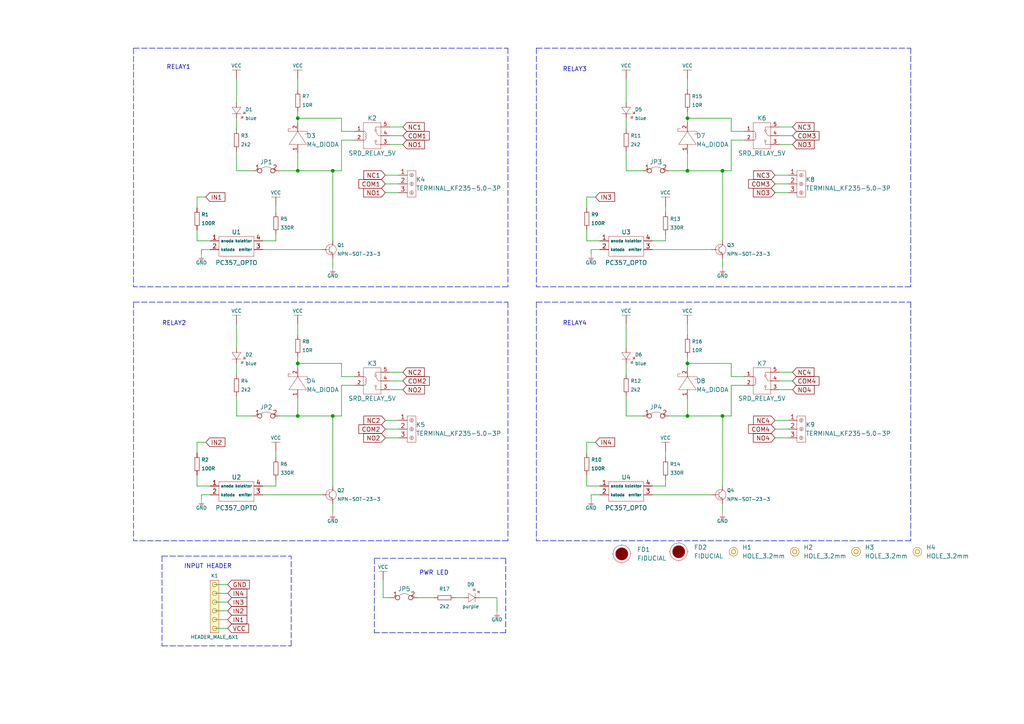
<source format=kicad_sch>
(kicad_sch (version 20210621) (generator eeschema)

  (uuid 63298ec0-59be-40b5-bd80-e5d839b3cabe)

  (paper "A4")

  (title_block
    (title "4CH relay board")
    (date "2021-07-13")
    (rev "V1.1.1.")
    (company "SOLDERED")
    (comment 1 "333022")
  )

  (lib_symbols
    (symbol "e-radionica.com schematics:0402LED" (pin_numbers hide) (pin_names (offset 0.254) hide) (in_bom yes) (on_board yes)
      (property "Reference" "D" (id 0) (at -0.635 2.54 0)
        (effects (font (size 1 1)))
      )
      (property "Value" "0402LED" (id 1) (at 0 -2.54 0)
        (effects (font (size 1 1)))
      )
      (property "Footprint" "e-radionica.com footprinti:0402LED" (id 2) (at 0 5.08 0)
        (effects (font (size 1 1)) hide)
      )
      (property "Datasheet" "" (id 3) (at 0 0 0)
        (effects (font (size 1 1)) hide)
      )
      (property "Package" "0402" (id 4) (at 0 0 0)
        (effects (font (size 1.27 1.27)) hide)
      )
      (symbol "0402LED_0_1"
        (polyline
          (pts
            (xy -0.635 1.27)
            (xy 1.27 0)
          )
          (stroke (width 0.0006)) (fill (type none))
        )
        (polyline
          (pts
            (xy 0.635 1.905)
            (xy 1.27 2.54)
          )
          (stroke (width 0.0006)) (fill (type none))
        )
        (polyline
          (pts
            (xy 1.27 1.27)
            (xy 1.27 -1.27)
          )
          (stroke (width 0.0006)) (fill (type none))
        )
        (polyline
          (pts
            (xy 1.905 1.27)
            (xy 2.54 1.905)
          )
          (stroke (width 0.0006)) (fill (type none))
        )
        (polyline
          (pts
            (xy -0.635 1.27)
            (xy -0.635 -1.27)
            (xy 1.27 0)
          )
          (stroke (width 0.0006)) (fill (type none))
        )
        (polyline
          (pts
            (xy 1.27 2.54)
            (xy 0.635 2.54)
            (xy 1.27 1.905)
            (xy 1.27 2.54)
          )
          (stroke (width 0.0006)) (fill (type none))
        )
        (polyline
          (pts
            (xy 2.54 1.905)
            (xy 1.905 1.905)
            (xy 2.54 1.27)
            (xy 2.54 1.905)
          )
          (stroke (width 0.0006)) (fill (type none))
        )
      )
      (symbol "0402LED_1_1"
        (pin passive line (at -1.905 0 0) (length 1.27)
          (name "A" (effects (font (size 1.27 1.27))))
          (number "1" (effects (font (size 1.27 1.27))))
        )
        (pin passive line (at 2.54 0 180) (length 1.27)
          (name "K" (effects (font (size 1.27 1.27))))
          (number "2" (effects (font (size 1.27 1.27))))
        )
      )
    )
    (symbol "e-radionica.com schematics:0402R" (pin_numbers hide) (pin_names (offset 0.254)) (in_bom yes) (on_board yes)
      (property "Reference" "R" (id 0) (at -1.905 1.27 0)
        (effects (font (size 1 1)))
      )
      (property "Value" "0402R" (id 1) (at 0 -1.27 0)
        (effects (font (size 1 1)))
      )
      (property "Footprint" "e-radionica.com footprinti:0402R" (id 2) (at -2.54 1.905 0)
        (effects (font (size 1 1)) hide)
      )
      (property "Datasheet" "" (id 3) (at -2.54 1.905 0)
        (effects (font (size 1 1)) hide)
      )
      (symbol "0402R_0_1"
        (rectangle (start -1.905 -0.635) (end 1.905 -0.6604)
          (stroke (width 0.1)) (fill (type none))
        )
        (rectangle (start -1.905 0.635) (end -1.8796 -0.635)
          (stroke (width 0.1)) (fill (type none))
        )
        (rectangle (start -1.905 0.635) (end 1.905 0.6096)
          (stroke (width 0.1)) (fill (type none))
        )
        (rectangle (start 1.905 0.635) (end 1.9304 -0.635)
          (stroke (width 0.1)) (fill (type none))
        )
      )
      (symbol "0402R_1_1"
        (pin passive line (at -3.175 0 0) (length 1.27)
          (name "~" (effects (font (size 1.27 1.27))))
          (number "1" (effects (font (size 1.27 1.27))))
        )
        (pin passive line (at 3.175 0 180) (length 1.27)
          (name "~" (effects (font (size 1.27 1.27))))
          (number "2" (effects (font (size 1.27 1.27))))
        )
      )
    )
    (symbol "e-radionica.com schematics:0603R" (pin_numbers hide) (pin_names (offset 0.254)) (in_bom yes) (on_board yes)
      (property "Reference" "R" (id 0) (at -1.905 1.905 0)
        (effects (font (size 1 1)))
      )
      (property "Value" "0603R" (id 1) (at 0 -1.905 0)
        (effects (font (size 1 1)))
      )
      (property "Footprint" "e-radionica.com footprinti:0603R" (id 2) (at -0.635 1.905 0)
        (effects (font (size 1 1)) hide)
      )
      (property "Datasheet" "" (id 3) (at -0.635 1.905 0)
        (effects (font (size 1 1)) hide)
      )
      (symbol "0603R_0_1"
        (rectangle (start -1.905 -0.635) (end 1.905 -0.6604)
          (stroke (width 0.1)) (fill (type none))
        )
        (rectangle (start -1.905 0.635) (end -1.8796 -0.635)
          (stroke (width 0.1)) (fill (type none))
        )
        (rectangle (start -1.905 0.635) (end 1.905 0.6096)
          (stroke (width 0.1)) (fill (type none))
        )
        (rectangle (start 1.905 0.635) (end 1.9304 -0.635)
          (stroke (width 0.1)) (fill (type none))
        )
      )
      (symbol "0603R_1_1"
        (pin passive line (at -3.175 0 0) (length 1.27)
          (name "~" (effects (font (size 1.27 1.27))))
          (number "1" (effects (font (size 1.27 1.27))))
        )
        (pin passive line (at 3.175 0 180) (length 1.27)
          (name "~" (effects (font (size 1.27 1.27))))
          (number "2" (effects (font (size 1.27 1.27))))
        )
      )
    )
    (symbol "e-radionica.com schematics:FIDUCIAL" (in_bom yes) (on_board yes)
      (property "Reference" "FD" (id 0) (at 0 3.81 0)
        (effects (font (size 1.27 1.27)))
      )
      (property "Value" "FIDUCIAL" (id 1) (at 0 -3.81 0)
        (effects (font (size 1.27 1.27)))
      )
      (property "Footprint" "e-radionica.com footprinti:FIDUCIAL_23" (id 2) (at 0.254 -5.334 0)
        (effects (font (size 1.27 1.27)) hide)
      )
      (property "Datasheet" "" (id 3) (at 0 0 0)
        (effects (font (size 1.27 1.27)) hide)
      )
      (symbol "FIDUCIAL_0_1"
        (circle (center 0 0) (radius 2.54) (stroke (width 0.0006)) (fill (type none)))
        (circle (center 0 0) (radius 1.7961) (stroke (width 0.001)) (fill (type outline)))
        (polyline
          (pts
            (xy -2.54 0)
            (xy -2.794 0)
          )
          (stroke (width 0.0006)) (fill (type none))
        )
        (polyline
          (pts
            (xy 0 -2.54)
            (xy 0 -2.794)
          )
          (stroke (width 0.0006)) (fill (type none))
        )
        (polyline
          (pts
            (xy 0 2.54)
            (xy 0 2.794)
          )
          (stroke (width 0.0006)) (fill (type none))
        )
        (polyline
          (pts
            (xy 2.54 0)
            (xy 2.794 0)
          )
          (stroke (width 0.0006)) (fill (type none))
        )
      )
    )
    (symbol "e-radionica.com schematics:GND" (power) (pin_names (offset 0)) (in_bom yes) (on_board yes)
      (property "Reference" "#PWR" (id 0) (at 4.445 0 0)
        (effects (font (size 1 1)) hide)
      )
      (property "Value" "GND" (id 1) (at 0 -2.921 0)
        (effects (font (size 1 1)))
      )
      (property "Footprint" "" (id 2) (at 4.445 3.81 0)
        (effects (font (size 1 1)) hide)
      )
      (property "Datasheet" "" (id 3) (at 4.445 3.81 0)
        (effects (font (size 1 1)) hide)
      )
      (property "ki_keywords" "power-flag" (id 4) (at 0 0 0)
        (effects (font (size 1.27 1.27)) hide)
      )
      (property "ki_description" "Power symbol creates a global label with name \"+3V3\"" (id 5) (at 0 0 0)
        (effects (font (size 1.27 1.27)) hide)
      )
      (symbol "GND_0_1"
        (polyline
          (pts
            (xy -0.762 -1.27)
            (xy 0.762 -1.27)
          )
          (stroke (width 0.0006)) (fill (type none))
        )
        (polyline
          (pts
            (xy -0.635 -1.524)
            (xy 0.635 -1.524)
          )
          (stroke (width 0.0006)) (fill (type none))
        )
        (polyline
          (pts
            (xy -0.381 -1.778)
            (xy 0.381 -1.778)
          )
          (stroke (width 0.0006)) (fill (type none))
        )
        (polyline
          (pts
            (xy -0.127 -2.032)
            (xy 0.127 -2.032)
          )
          (stroke (width 0.0006)) (fill (type none))
        )
        (polyline
          (pts
            (xy 0 0)
            (xy 0 -1.27)
          )
          (stroke (width 0.0006)) (fill (type none))
        )
      )
      (symbol "GND_1_1"
        (pin power_in line (at 0 0 270) (length 0) hide
          (name "GND" (effects (font (size 1.27 1.27))))
          (number "1" (effects (font (size 1.27 1.27))))
        )
      )
    )
    (symbol "e-radionica.com schematics:HEADER_MALE_6X1" (pin_numbers hide) (pin_names hide) (in_bom yes) (on_board yes)
      (property "Reference" "K" (id 0) (at -0.635 10.16 0)
        (effects (font (size 1 1)))
      )
      (property "Value" "HEADER_MALE_6X1" (id 1) (at 1.27 -7.62 0)
        (effects (font (size 1 1)))
      )
      (property "Footprint" "e-radionica.com footprinti:HEADER_MALE_6X1" (id 2) (at 0 0 0)
        (effects (font (size 1 1)) hide)
      )
      (property "Datasheet" "" (id 3) (at 0 0 0)
        (effects (font (size 1 1)) hide)
      )
      (symbol "HEADER_MALE_6X1_0_1"
        (circle (center 0 -5.08) (radius 0.635) (stroke (width 0.0006)) (fill (type none)))
        (circle (center 0 -2.54) (radius 0.635) (stroke (width 0.0006)) (fill (type none)))
        (circle (center 0 0) (radius 0.635) (stroke (width 0.0006)) (fill (type none)))
        (circle (center 0 2.54) (radius 0.635) (stroke (width 0.0006)) (fill (type none)))
        (circle (center 0 5.08) (radius 0.635) (stroke (width 0.0006)) (fill (type none)))
        (circle (center 0 7.62) (radius 0.635) (stroke (width 0.0006)) (fill (type none)))
        (rectangle (start 1.27 -6.35) (end -1.27 8.89)
          (stroke (width 0.001)) (fill (type background))
        )
      )
      (symbol "HEADER_MALE_6X1_1_1"
        (pin passive line (at 0 -5.08 180) (length 0)
          (name "~" (effects (font (size 0.991 0.991))))
          (number "1" (effects (font (size 0.991 0.991))))
        )
        (pin passive line (at 0 -2.54 180) (length 0)
          (name "~" (effects (font (size 0.991 0.991))))
          (number "2" (effects (font (size 0.991 0.991))))
        )
        (pin passive line (at 0 0 180) (length 0)
          (name "~" (effects (font (size 0.991 0.991))))
          (number "3" (effects (font (size 0.991 0.991))))
        )
        (pin passive line (at 0 2.54 180) (length 0)
          (name "~" (effects (font (size 0.991 0.991))))
          (number "4" (effects (font (size 0.991 0.991))))
        )
        (pin passive line (at 0 5.08 180) (length 0)
          (name "~" (effects (font (size 0.991 0.991))))
          (number "5" (effects (font (size 0.991 0.991))))
        )
        (pin passive line (at 0 7.62 180) (length 0)
          (name "~" (effects (font (size 0.991 0.991))))
          (number "6" (effects (font (size 0.991 0.991))))
        )
      )
    )
    (symbol "e-radionica.com schematics:HOLE_3.2mm" (pin_numbers hide) (pin_names hide) (in_bom yes) (on_board yes)
      (property "Reference" "H" (id 0) (at 0 2.54 0)
        (effects (font (size 1.27 1.27)))
      )
      (property "Value" "HOLE_3.2mm" (id 1) (at 0 -2.54 0)
        (effects (font (size 1.27 1.27)))
      )
      (property "Footprint" "e-radionica.com footprinti:HOLE_3.2mm" (id 2) (at 0 0 0)
        (effects (font (size 1.27 1.27)) hide)
      )
      (property "Datasheet" "" (id 3) (at 0 0 0)
        (effects (font (size 1.27 1.27)) hide)
      )
      (symbol "HOLE_3.2mm_0_1"
        (circle (center 0 0) (radius 0.635) (stroke (width 0.0006)) (fill (type none)))
        (circle (center 0 0) (radius 1.27) (stroke (width 0.001)) (fill (type background)))
      )
    )
    (symbol "e-radionica.com schematics:M4_DIODA" (pin_names hide) (in_bom yes) (on_board yes)
      (property "Reference" "D" (id 0) (at 0 3.81 0)
        (effects (font (size 1.27 1.27)))
      )
      (property "Value" "M4_DIODA" (id 1) (at 0 -4.572 0)
        (effects (font (size 1.27 1.27)))
      )
      (property "Footprint" "e-radionica.com footprinti:M4_DIODA" (id 2) (at 0 -6.35 0)
        (effects (font (size 1.27 1.27)) hide)
      )
      (property "Datasheet" "" (id 3) (at 0 0 0)
        (effects (font (size 1.27 1.27)) hide)
      )
      (symbol "M4_DIODA_0_1"
        (polyline
          (pts
            (xy -2.54 2.54)
            (xy -2.54 -2.54)
            (xy 1.27 0)
            (xy -2.54 2.54)
          )
          (stroke (width 0.0006)) (fill (type none))
        )
        (polyline
          (pts
            (xy 1.27 2.794)
            (xy 1.27 -2.794)
            (xy 0.508 -2.794)
            (xy 0.508 -2.032)
          )
          (stroke (width 0.0006)) (fill (type none))
        )
        (polyline
          (pts
            (xy 1.27 2.794)
            (xy 2.032 2.794)
            (xy 2.032 2.032)
            (xy 2.032 2.54)
          )
          (stroke (width 0.0006)) (fill (type none))
        )
      )
      (symbol "M4_DIODA_1_1"
        (pin passive line (at -5.08 0 0) (length 2.54)
          (name "A" (effects (font (size 1 1))))
          (number "1" (effects (font (size 1 1))))
        )
        (pin passive line (at 3.81 0 180) (length 2.54)
          (name "K" (effects (font (size 1 1))))
          (number "2" (effects (font (size 1 1))))
        )
      )
    )
    (symbol "e-radionica.com schematics:NPN-SOT-23-3" (pin_numbers hide) (pin_names hide) (in_bom yes) (on_board yes)
      (property "Reference" "Q" (id 0) (at -2.286 2.921 0)
        (effects (font (size 1 1)))
      )
      (property "Value" "NPN-SOT-23-3" (id 1) (at 0 -3.81 0)
        (effects (font (size 1 1)))
      )
      (property "Footprint" "e-radionica.com footprinti:SOT-23-3" (id 2) (at 0 0 0)
        (effects (font (size 1 1)) hide)
      )
      (property "Datasheet" "" (id 3) (at 0 0 0)
        (effects (font (size 1 1)) hide)
      )
      (symbol "NPN-SOT-23-3_0_1"
        (circle (center -0.508 0) (radius 1.524) (stroke (width 0.0006)) (fill (type none)))
        (polyline
          (pts
            (xy -2.032 0)
            (xy -1.016 0)
          )
          (stroke (width 0.0006)) (fill (type none))
        )
        (polyline
          (pts
            (xy -1.016 -0.381)
            (xy -0.4064 -0.9144)
          )
          (stroke (width 0.1)) (fill (type none))
        )
        (polyline
          (pts
            (xy -1.016 0.381)
            (xy 0 1.27)
          )
          (stroke (width 0.0006)) (fill (type none))
        )
        (polyline
          (pts
            (xy -1.016 1.016)
            (xy -1.016 -1.016)
          )
          (stroke (width 0.0006)) (fill (type none))
        )
        (polyline
          (pts
            (xy -0.6096 -1.1684)
            (xy -0.2032 -0.6604)
            (xy 0 -1.27)
            (xy -0.6096 -1.1684)
          )
          (stroke (width 0.0006)) (fill (type none))
        )
      )
      (symbol "NPN-SOT-23-3_1_1"
        (pin passive line (at -3.175 0 0) (length 1.27)
          (name "B" (effects (font (size 1 1))))
          (number "1" (effects (font (size 1 1))))
        )
        (pin passive line (at 0 -2.54 90) (length 1.27)
          (name "E" (effects (font (size 1 1))))
          (number "2" (effects (font (size 1 1))))
        )
        (pin passive line (at 0 2.54 270) (length 1.27)
          (name "C" (effects (font (size 1 1))))
          (number "3" (effects (font (size 1 1))))
        )
      )
    )
    (symbol "e-radionica.com schematics:PC357_OPTO" (in_bom yes) (on_board yes)
      (property "Reference" "U" (id 0) (at 0 5.08 0)
        (effects (font (size 1.27 1.27)))
      )
      (property "Value" "PC357_OPTO" (id 1) (at 0 -5.08 0)
        (effects (font (size 1.27 1.27)))
      )
      (property "Footprint" "e-radionica.com footprinti:PC357_OPTO" (id 2) (at 0 0 0)
        (effects (font (size 1.27 1.27)) hide)
      )
      (property "Datasheet" "" (id 3) (at 0 0 0)
        (effects (font (size 1.27 1.27)) hide)
      )
      (symbol "PC357_OPTO_0_1"
        (rectangle (start -5.08 2.54) (end 5.08 -3.175)
          (stroke (width 0.0006)) (fill (type none))
        )
      )
      (symbol "PC357_OPTO_1_1"
        (pin passive line (at -7.62 1.27 0) (length 2.54)
          (name "anoda" (effects (font (size 0.8 0.8))))
          (number "1" (effects (font (size 1.27 1.27))))
        )
        (pin passive line (at -7.62 -1.27 0) (length 2.54)
          (name "katoda" (effects (font (size 0.8 0.8))))
          (number "2" (effects (font (size 1.27 1.27))))
        )
        (pin passive line (at 7.62 -1.27 180) (length 2.54)
          (name "emiter" (effects (font (size 0.8 0.8))))
          (number "3" (effects (font (size 1.27 1.27))))
        )
        (pin passive line (at 7.62 1.27 180) (length 2.54)
          (name "kolektor" (effects (font (size 0.8 0.8))))
          (number "4" (effects (font (size 1.27 1.27))))
        )
      )
    )
    (symbol "e-radionica.com schematics:SMD-JUMPER-CONNECTED_TRACE_SLODERMASK" (in_bom yes) (on_board yes)
      (property "Reference" "JP" (id 0) (at 0 3.556 0)
        (effects (font (size 1.27 1.27)))
      )
      (property "Value" "SMD-JUMPER-CONNECTED_TRACE_SLODERMASK" (id 1) (at 0 -2.54 0)
        (effects (font (size 1.27 1.27)))
      )
      (property "Footprint" "e-radionica.com footprinti:SMD-JUMPER-CONNECTED_TRACE_SLODERMASK" (id 2) (at 0 -5.715 0)
        (effects (font (size 1.27 1.27)) hide)
      )
      (property "Datasheet" "" (id 3) (at 0 0 0)
        (effects (font (size 1.27 1.27)) hide)
      )
      (symbol "SMD-JUMPER-CONNECTED_TRACE_SLODERMASK_0_1"
        (arc (start -1.8034 0.5588) (end 1.397 0.5842) (radius (at -0.1875 -1.4124) (length 2.5489) (angles 129.3 51.6))
          (stroke (width 0.0006)) (fill (type none))
        )
      )
      (symbol "SMD-JUMPER-CONNECTED_TRACE_SLODERMASK_1_1"
        (pin passive inverted (at -4.064 0 0) (length 2.54)
          (name "" (effects (font (size 1.27 1.27))))
          (number "1" (effects (font (size 1.27 1.27))))
        )
        (pin passive inverted (at 3.556 0 180) (length 2.54)
          (name "" (effects (font (size 1.27 1.27))))
          (number "2" (effects (font (size 1.27 1.27))))
        )
      )
    )
    (symbol "e-radionica.com schematics:SRD_RELAY_5V" (in_bom yes) (on_board yes)
      (property "Reference" "K" (id 0) (at 0 3.81 0)
        (effects (font (size 1.27 1.27)))
      )
      (property "Value" "SRD_RELAY_5V" (id 1) (at 0 -6.35 0)
        (effects (font (size 1.27 1.27)))
      )
      (property "Footprint" "e-radionica.com footprinti:SRD_RELAY_5V" (id 2) (at 1.27 -8.89 0)
        (effects (font (size 1.27 1.27)) hide)
      )
      (property "Datasheet" "" (id 3) (at 0 0 0)
        (effects (font (size 1.27 1.27)) hide)
      )
      (symbol "SRD_RELAY_5V_0_1"
        (arc (start -1.9929 -0.9525) (end -1.9929 -0.3175) (radius (at -2.032 -0.635) (length 0.3199) (angles -83 83))
          (stroke (width 0.0006)) (fill (type none))
        )
        (arc (start -1.9929 -0.3175) (end -1.9929 0.3175) (radius (at -2.032 0) (length 0.3199) (angles -83 83))
          (stroke (width 0.0006)) (fill (type none))
        )
        (arc (start -1.9929 0.3175) (end -1.9929 0.9525) (radius (at -2.032 0.635) (length 0.3199) (angles -83 83))
          (stroke (width 0.0006)) (fill (type none))
        )
        (circle (center 1.016 -1.524) (radius 0.254) (stroke (width 0.0008)) (fill (type none)))
        (circle (center 1.016 1.524) (radius 0.254) (stroke (width 0.0006)) (fill (type none)))
        (rectangle (start 2.54 3.81) (end -2.54 -3.81)
          (stroke (width 0.0006)) (fill (type none))
        )
        (polyline
          (pts
            (xy -2.54 -1.27)
            (xy -2.032 -1.27)
            (xy -2.032 -1.016)
          )
          (stroke (width 0.0006)) (fill (type none))
        )
        (polyline
          (pts
            (xy -2.54 1.27)
            (xy -2.032 1.27)
            (xy -2.032 1.016)
          )
          (stroke (width 0.0006)) (fill (type none))
        )
        (polyline
          (pts
            (xy 2.54 0)
            (xy 1.778 0)
            (xy 1.016 1.27)
          )
          (stroke (width 0.0006)) (fill (type none))
        )
        (polyline
          (pts
            (xy 2.54 2.54)
            (xy 1.016 2.54)
            (xy 1.016 1.778)
          )
          (stroke (width 0.0006)) (fill (type none))
        )
        (polyline
          (pts
            (xy 2.54 -2.54)
            (xy 2.032 -2.54)
            (xy 1.016 -2.54)
            (xy 1.016 -1.778)
          )
          (stroke (width 0.0006)) (fill (type none))
        )
      )
      (symbol "SRD_RELAY_5V_1_1"
        (pin passive line (at -5.08 1.27 0) (length 2.54)
          (name "" (effects (font (size 1 1))))
          (number "1" (effects (font (size 1 1))))
        )
        (pin passive line (at -5.08 -1.27 0) (length 2.54)
          (name "" (effects (font (size 1 1))))
          (number "2" (effects (font (size 1 1))))
        )
        (pin passive line (at 5.08 -2.54 180) (length 2.54)
          (name "" (effects (font (size 1 1))))
          (number "3" (effects (font (size 1 1))))
        )
        (pin passive line (at 5.08 0 180) (length 2.54)
          (name "" (effects (font (size 1 1))))
          (number "4" (effects (font (size 1 1))))
        )
        (pin passive line (at 5.08 2.54 180) (length 2.54)
          (name "" (effects (font (size 1 1))))
          (number "5" (effects (font (size 1 1))))
        )
      )
    )
    (symbol "e-radionica.com schematics:TERMINAL_KF235-5.0-3P" (in_bom yes) (on_board yes)
      (property "Reference" "K" (id 0) (at 0 5.08 0)
        (effects (font (size 1.27 1.27)))
      )
      (property "Value" "TERMINAL_KF235-5.0-3P" (id 1) (at 0 -5.08 0)
        (effects (font (size 1.27 1.27)))
      )
      (property "Footprint" "e-radionica.com footprinti:TERMINAL_KF235-5.0-3P" (id 2) (at 0 -7.62 0)
        (effects (font (size 1.27 1.27)) hide)
      )
      (property "Datasheet" "" (id 3) (at 0 0 0)
        (effects (font (size 1.27 1.27)) hide)
      )
      (symbol "TERMINAL_KF235-5.0-3P_0_1"
        (circle (center 0 -2.54) (radius 0.508) (stroke (width 0.0006)) (fill (type none)))
        (circle (center 0 0) (radius 0.508) (stroke (width 0.0006)) (fill (type none)))
        (circle (center 0 2.54) (radius 0.508) (stroke (width 0.0006)) (fill (type none)))
        (rectangle (start -1.27 3.81) (end 1.27 -3.81)
          (stroke (width 0.0006)) (fill (type none))
        )
        (polyline
          (pts
            (xy -0.254 -2.54)
            (xy 0.254 -2.54)
          )
          (stroke (width 0.0006)) (fill (type none))
        )
        (polyline
          (pts
            (xy -0.254 0)
            (xy 0.254 0)
          )
          (stroke (width 0.0006)) (fill (type none))
        )
        (polyline
          (pts
            (xy -0.254 2.54)
            (xy 0.254 2.54)
          )
          (stroke (width 0.0006)) (fill (type none))
        )
        (polyline
          (pts
            (xy 0 -2.032)
            (xy 0 -3.048)
          )
          (stroke (width 0.0006)) (fill (type none))
        )
        (polyline
          (pts
            (xy 0 0.508)
            (xy 0 -0.508)
          )
          (stroke (width 0.0006)) (fill (type none))
        )
        (polyline
          (pts
            (xy 0 3.048)
            (xy 0 2.032)
          )
          (stroke (width 0.0006)) (fill (type none))
        )
      )
      (symbol "TERMINAL_KF235-5.0-3P_1_1"
        (pin input line (at -3.81 2.54 0) (length 2.54)
          (name "~" (effects (font (size 1.27 1.27))))
          (number "1" (effects (font (size 1.27 1.27))))
        )
        (pin input line (at -3.81 0 0) (length 2.54)
          (name "~" (effects (font (size 1.27 1.27))))
          (number "2" (effects (font (size 1.27 1.27))))
        )
        (pin input line (at -3.81 -2.54 0) (length 2.54)
          (name "~" (effects (font (size 1.27 1.27))))
          (number "3" (effects (font (size 1.27 1.27))))
        )
      )
    )
    (symbol "e-radionica.com schematics:VCC" (power) (pin_names (offset 0)) (in_bom yes) (on_board yes)
      (property "Reference" "#PWR" (id 0) (at 4.445 0 0)
        (effects (font (size 1 1)) hide)
      )
      (property "Value" "VCC" (id 1) (at 0 3.556 0)
        (effects (font (size 1 1)))
      )
      (property "Footprint" "" (id 2) (at 4.445 3.81 0)
        (effects (font (size 1 1)) hide)
      )
      (property "Datasheet" "" (id 3) (at 4.445 3.81 0)
        (effects (font (size 1 1)) hide)
      )
      (property "ki_keywords" "power-flag" (id 4) (at 0 0 0)
        (effects (font (size 1.27 1.27)) hide)
      )
      (property "ki_description" "Power symbol creates a global label with name \"+3V3\"" (id 5) (at 0 0 0)
        (effects (font (size 1.27 1.27)) hide)
      )
      (symbol "VCC_0_1"
        (polyline
          (pts
            (xy -1.27 2.54)
            (xy 1.27 2.54)
          )
          (stroke (width 0.0006)) (fill (type none))
        )
        (polyline
          (pts
            (xy 0 0)
            (xy 0 2.54)
          )
          (stroke (width 0)) (fill (type none))
        )
      )
      (symbol "VCC_1_1"
        (pin power_in line (at 0 0 90) (length 0) hide
          (name "VCC" (effects (font (size 1.27 1.27))))
          (number "1" (effects (font (size 1.27 1.27))))
        )
      )
    )
  )

  (junction (at 86.36 34.29) (diameter 0.9144) (color 0 0 0 0))
  (junction (at 86.36 49.53) (diameter 0.9144) (color 0 0 0 0))
  (junction (at 86.36 105.41) (diameter 0.9144) (color 0 0 0 0))
  (junction (at 86.36 120.65) (diameter 0.9144) (color 0 0 0 0))
  (junction (at 96.52 49.53) (diameter 0.9144) (color 0 0 0 0))
  (junction (at 96.52 120.65) (diameter 0.9144) (color 0 0 0 0))
  (junction (at 199.39 34.29) (diameter 0.9144) (color 0 0 0 0))
  (junction (at 199.39 49.53) (diameter 0.9144) (color 0 0 0 0))
  (junction (at 199.39 105.41) (diameter 0.9144) (color 0 0 0 0))
  (junction (at 199.39 120.65) (diameter 0.9144) (color 0 0 0 0))
  (junction (at 209.55 49.53) (diameter 0.9144) (color 0 0 0 0))
  (junction (at 209.55 120.65) (diameter 0.9144) (color 0 0 0 0))

  (wire (pts (xy 57.15 57.15) (xy 59.69 57.15))
    (stroke (width 0) (type solid) (color 0 0 0 0))
    (uuid f8c5fa9c-0511-4109-adf8-4b0560a762b5)
  )
  (wire (pts (xy 57.15 60.325) (xy 57.15 57.15))
    (stroke (width 0) (type solid) (color 0 0 0 0))
    (uuid b190f838-b97f-4071-9fad-de2e63e32406)
  )
  (wire (pts (xy 57.15 69.85) (xy 57.15 66.675))
    (stroke (width 0) (type solid) (color 0 0 0 0))
    (uuid ec2f5165-cb5f-4aa2-8d58-30a6000519ee)
  )
  (wire (pts (xy 57.15 128.27) (xy 59.69 128.27))
    (stroke (width 0) (type solid) (color 0 0 0 0))
    (uuid cbaa1f05-7eae-4a54-93d0-c1cb830afbb3)
  )
  (wire (pts (xy 57.15 131.445) (xy 57.15 128.27))
    (stroke (width 0) (type solid) (color 0 0 0 0))
    (uuid 52bb9157-e084-4411-aec8-cd00d4edbafe)
  )
  (wire (pts (xy 57.15 140.97) (xy 57.15 137.795))
    (stroke (width 0) (type solid) (color 0 0 0 0))
    (uuid 7c9e63fd-a63d-41a9-b209-052685f2ca8b)
  )
  (wire (pts (xy 58.42 72.39) (xy 58.42 73.66))
    (stroke (width 0) (type solid) (color 0 0 0 0))
    (uuid c11a8b89-fb47-4c71-8c80-efc922974428)
  )
  (wire (pts (xy 58.42 143.51) (xy 58.42 144.78))
    (stroke (width 0) (type solid) (color 0 0 0 0))
    (uuid a2bcb90a-68b1-44b9-a133-8f63a82849c6)
  )
  (wire (pts (xy 60.96 69.85) (xy 57.15 69.85))
    (stroke (width 0) (type solid) (color 0 0 0 0))
    (uuid f5ce32f8-7322-403b-a6bd-1744ded0e06d)
  )
  (wire (pts (xy 60.96 72.39) (xy 58.42 72.39))
    (stroke (width 0) (type solid) (color 0 0 0 0))
    (uuid 13138dac-513e-488f-b8b0-5b9acef07a72)
  )
  (wire (pts (xy 60.96 140.97) (xy 57.15 140.97))
    (stroke (width 0) (type solid) (color 0 0 0 0))
    (uuid fa097118-1f88-4050-9de7-2f28306503d2)
  )
  (wire (pts (xy 60.96 143.51) (xy 58.42 143.51))
    (stroke (width 0) (type solid) (color 0 0 0 0))
    (uuid 4f31489a-39c5-44bd-8590-0d4cd12ec037)
  )
  (wire (pts (xy 62.23 169.545) (xy 66.04 169.545))
    (stroke (width 0) (type solid) (color 0 0 0 0))
    (uuid e4f7dd7e-80c7-4e15-82fe-6ea423872527)
  )
  (wire (pts (xy 62.23 172.085) (xy 66.04 172.085))
    (stroke (width 0) (type solid) (color 0 0 0 0))
    (uuid 861b4373-9943-422b-9ef5-1daadffdd8ee)
  )
  (wire (pts (xy 62.23 174.625) (xy 66.04 174.625))
    (stroke (width 0) (type solid) (color 0 0 0 0))
    (uuid 365b295c-ba5c-4051-bc6a-2fd6a83823f9)
  )
  (wire (pts (xy 62.23 177.165) (xy 66.04 177.165))
    (stroke (width 0) (type solid) (color 0 0 0 0))
    (uuid d38639ca-ed03-4397-a2c3-9b3cd2fcdca2)
  )
  (wire (pts (xy 62.23 179.705) (xy 66.04 179.705))
    (stroke (width 0) (type solid) (color 0 0 0 0))
    (uuid df24182b-a577-4e6a-b614-4737fc93b0b1)
  )
  (wire (pts (xy 62.23 182.245) (xy 66.04 182.245))
    (stroke (width 0) (type solid) (color 0 0 0 0))
    (uuid 52b17296-1adb-4898-b069-18ac4546c427)
  )
  (wire (pts (xy 68.58 22.86) (xy 68.58 29.845))
    (stroke (width 0) (type solid) (color 0 0 0 0))
    (uuid 76122bc2-8e72-4a55-8b31-af9493c00270)
  )
  (wire (pts (xy 68.58 34.29) (xy 68.58 37.465))
    (stroke (width 0) (type solid) (color 0 0 0 0))
    (uuid 2e751c4a-4abf-4224-97c4-ba6478a6c6f1)
  )
  (wire (pts (xy 68.58 43.815) (xy 68.58 49.53))
    (stroke (width 0) (type solid) (color 0 0 0 0))
    (uuid 7f5d73fe-e6dd-453a-863c-d0fc611188ef)
  )
  (wire (pts (xy 68.58 49.53) (xy 73.406 49.53))
    (stroke (width 0) (type solid) (color 0 0 0 0))
    (uuid 75b586a4-325f-4b43-8bee-d800ce26f6e2)
  )
  (wire (pts (xy 68.58 93.98) (xy 68.58 100.965))
    (stroke (width 0) (type solid) (color 0 0 0 0))
    (uuid 3f615b20-e245-4b4e-802a-e9132e260a11)
  )
  (wire (pts (xy 68.58 105.41) (xy 68.58 108.585))
    (stroke (width 0) (type solid) (color 0 0 0 0))
    (uuid c365b366-d735-4a87-ba4a-c1523a63bfdc)
  )
  (wire (pts (xy 68.58 114.935) (xy 68.58 120.65))
    (stroke (width 0) (type solid) (color 0 0 0 0))
    (uuid 39391b04-8802-4895-be2e-f87be4707d14)
  )
  (wire (pts (xy 68.58 120.65) (xy 73.406 120.65))
    (stroke (width 0) (type solid) (color 0 0 0 0))
    (uuid 65e2a7c5-7202-470c-bf1d-4d181b78e158)
  )
  (wire (pts (xy 76.2 69.85) (xy 80.01 69.85))
    (stroke (width 0) (type solid) (color 0 0 0 0))
    (uuid c1571810-a6a5-4cd0-909d-b00f5c63bac1)
  )
  (wire (pts (xy 76.2 72.39) (xy 93.345 72.39))
    (stroke (width 0) (type solid) (color 0 0 0 0))
    (uuid 6a4b83e0-5607-458a-9a58-c479aa60fcdd)
  )
  (wire (pts (xy 76.2 140.97) (xy 80.01 140.97))
    (stroke (width 0) (type solid) (color 0 0 0 0))
    (uuid 5e87963d-ed84-4089-88f9-7076427c3a13)
  )
  (wire (pts (xy 76.2 143.51) (xy 93.345 143.51))
    (stroke (width 0) (type solid) (color 0 0 0 0))
    (uuid fac21151-41d7-41de-a914-83ae3e59d80e)
  )
  (wire (pts (xy 80.01 59.69) (xy 80.01 61.595))
    (stroke (width 0) (type solid) (color 0 0 0 0))
    (uuid 7a96f93e-654c-4aac-939f-ada28cd99f17)
  )
  (wire (pts (xy 80.01 67.945) (xy 80.01 69.85))
    (stroke (width 0) (type solid) (color 0 0 0 0))
    (uuid 20ced240-f085-4070-b439-6880d524155f)
  )
  (wire (pts (xy 80.01 130.81) (xy 80.01 132.715))
    (stroke (width 0) (type solid) (color 0 0 0 0))
    (uuid 8033ba4a-31a4-4eac-967a-9614326cca88)
  )
  (wire (pts (xy 80.01 139.065) (xy 80.01 140.97))
    (stroke (width 0) (type solid) (color 0 0 0 0))
    (uuid 5114f870-3123-4c8b-bb88-c5b61daba4c2)
  )
  (wire (pts (xy 81.026 49.53) (xy 86.36 49.53))
    (stroke (width 0) (type solid) (color 0 0 0 0))
    (uuid 74c08f20-1cf6-422c-8666-1c5c886d60ef)
  )
  (wire (pts (xy 81.026 120.65) (xy 86.36 120.65))
    (stroke (width 0) (type solid) (color 0 0 0 0))
    (uuid 27942576-11ea-4335-94b6-b0a68b9a77b4)
  )
  (wire (pts (xy 86.36 22.86) (xy 86.36 26.035))
    (stroke (width 0) (type solid) (color 0 0 0 0))
    (uuid d7c8b466-d04b-4712-a693-d6ac70088299)
  )
  (wire (pts (xy 86.36 32.385) (xy 86.36 34.29))
    (stroke (width 0) (type solid) (color 0 0 0 0))
    (uuid 4f3cf0f3-70e1-492f-9b29-8ba7c7a5e978)
  )
  (wire (pts (xy 86.36 34.29) (xy 86.36 35.56))
    (stroke (width 0) (type solid) (color 0 0 0 0))
    (uuid b3f7c793-2c2d-4659-b51f-89132f223e19)
  )
  (wire (pts (xy 86.36 34.29) (xy 99.06 34.29))
    (stroke (width 0) (type solid) (color 0 0 0 0))
    (uuid 379049e2-5e7d-48ec-b07f-360961e909b6)
  )
  (wire (pts (xy 86.36 49.53) (xy 86.36 44.45))
    (stroke (width 0) (type solid) (color 0 0 0 0))
    (uuid 7a4d9d75-ad34-46ba-93f5-fb4aaa19aca2)
  )
  (wire (pts (xy 86.36 49.53) (xy 96.52 49.53))
    (stroke (width 0) (type solid) (color 0 0 0 0))
    (uuid f49e09a5-e5ff-4bde-855b-ba65b95e26c3)
  )
  (wire (pts (xy 86.36 93.98) (xy 86.36 97.155))
    (stroke (width 0) (type solid) (color 0 0 0 0))
    (uuid 8c5ced6a-a25f-4118-9c07-56bc164cea94)
  )
  (wire (pts (xy 86.36 103.505) (xy 86.36 105.41))
    (stroke (width 0) (type solid) (color 0 0 0 0))
    (uuid 98042185-a10d-4c5b-835f-ab69e1df0e97)
  )
  (wire (pts (xy 86.36 105.41) (xy 86.36 106.68))
    (stroke (width 0) (type solid) (color 0 0 0 0))
    (uuid 6d9e8e8c-7bae-4684-bde5-a469526bb6d5)
  )
  (wire (pts (xy 86.36 105.41) (xy 99.06 105.41))
    (stroke (width 0) (type solid) (color 0 0 0 0))
    (uuid d6e3baa2-4bfd-4000-9fba-6c7e340e3ec3)
  )
  (wire (pts (xy 86.36 120.65) (xy 86.36 115.57))
    (stroke (width 0) (type solid) (color 0 0 0 0))
    (uuid 975ce209-7b24-4055-bbd7-27b08c9052a3)
  )
  (wire (pts (xy 86.36 120.65) (xy 96.52 120.65))
    (stroke (width 0) (type solid) (color 0 0 0 0))
    (uuid 0fd0c160-a69a-4ee9-b3d5-dab6bb849ba7)
  )
  (wire (pts (xy 96.52 49.53) (xy 96.52 69.85))
    (stroke (width 0) (type solid) (color 0 0 0 0))
    (uuid e47fc33e-819d-4c00-8b96-1cd3a7329b9a)
  )
  (wire (pts (xy 96.52 49.53) (xy 99.06 49.53))
    (stroke (width 0) (type solid) (color 0 0 0 0))
    (uuid f2257607-3d94-471c-89d8-1bbefe99ec0f)
  )
  (wire (pts (xy 96.52 74.93) (xy 96.52 77.47))
    (stroke (width 0) (type solid) (color 0 0 0 0))
    (uuid 558165c2-0e51-44c2-bb16-93b8c2886fec)
  )
  (wire (pts (xy 96.52 120.65) (xy 96.52 140.97))
    (stroke (width 0) (type solid) (color 0 0 0 0))
    (uuid 2500458f-858f-4c29-a29d-2b6c07c7f838)
  )
  (wire (pts (xy 96.52 120.65) (xy 99.06 120.65))
    (stroke (width 0) (type solid) (color 0 0 0 0))
    (uuid e7d17301-bb84-44a3-940e-3785315bc874)
  )
  (wire (pts (xy 96.52 146.05) (xy 96.52 148.59))
    (stroke (width 0) (type solid) (color 0 0 0 0))
    (uuid ef204542-72dd-4f83-bbd6-b864730929ab)
  )
  (wire (pts (xy 99.06 38.1) (xy 99.06 34.29))
    (stroke (width 0) (type solid) (color 0 0 0 0))
    (uuid a6bf38dc-52ee-4e5f-acab-94d5e16efdaf)
  )
  (wire (pts (xy 99.06 40.64) (xy 99.06 49.53))
    (stroke (width 0) (type solid) (color 0 0 0 0))
    (uuid bccdd472-2fe6-405f-9039-b78f24acb2c5)
  )
  (wire (pts (xy 99.06 109.22) (xy 99.06 105.41))
    (stroke (width 0) (type solid) (color 0 0 0 0))
    (uuid 59f902ae-a303-4a32-b445-ece4f621e0e3)
  )
  (wire (pts (xy 99.06 111.76) (xy 99.06 120.65))
    (stroke (width 0) (type solid) (color 0 0 0 0))
    (uuid 974c1f28-041d-4ba5-bab7-579c1675d790)
  )
  (wire (pts (xy 102.87 38.1) (xy 99.06 38.1))
    (stroke (width 0) (type solid) (color 0 0 0 0))
    (uuid 97553109-7b97-451c-9bac-4ae724423499)
  )
  (wire (pts (xy 102.87 40.64) (xy 99.06 40.64))
    (stroke (width 0) (type solid) (color 0 0 0 0))
    (uuid 5c841e89-62ab-4152-87db-822df4da9de1)
  )
  (wire (pts (xy 102.87 109.22) (xy 99.06 109.22))
    (stroke (width 0) (type solid) (color 0 0 0 0))
    (uuid 9cb56759-e996-4924-8497-50010dfabdbf)
  )
  (wire (pts (xy 102.87 111.76) (xy 99.06 111.76))
    (stroke (width 0) (type solid) (color 0 0 0 0))
    (uuid 4218ab79-ca41-45d4-80da-6d21e3d467bf)
  )
  (wire (pts (xy 111.125 173.355) (xy 111.125 168.275))
    (stroke (width 0) (type solid) (color 0 0 0 0))
    (uuid ed4c5814-c804-4341-8632-452ee8b8bff9)
  )
  (wire (pts (xy 111.76 50.8) (xy 115.57 50.8))
    (stroke (width 0) (type solid) (color 0 0 0 0))
    (uuid 7b4b6acb-e082-4eb9-a996-2e1f045fcb41)
  )
  (wire (pts (xy 111.76 53.34) (xy 115.57 53.34))
    (stroke (width 0) (type solid) (color 0 0 0 0))
    (uuid a3b279b5-e702-4723-96bf-a67939063b97)
  )
  (wire (pts (xy 111.76 55.88) (xy 115.57 55.88))
    (stroke (width 0) (type solid) (color 0 0 0 0))
    (uuid ac9e051f-1017-496f-8bc0-4e7979abbc5d)
  )
  (wire (pts (xy 111.76 121.92) (xy 115.57 121.92))
    (stroke (width 0) (type solid) (color 0 0 0 0))
    (uuid 63152116-e214-4a25-a042-b20c01d2b1a7)
  )
  (wire (pts (xy 111.76 124.46) (xy 115.57 124.46))
    (stroke (width 0) (type solid) (color 0 0 0 0))
    (uuid cf33f1bc-9805-49a5-8faa-6fdf1ab53805)
  )
  (wire (pts (xy 111.76 127) (xy 115.57 127))
    (stroke (width 0) (type solid) (color 0 0 0 0))
    (uuid b3449b78-3d90-4c09-903e-d75699c7db8d)
  )
  (wire (pts (xy 113.03 36.83) (xy 116.84 36.83))
    (stroke (width 0) (type solid) (color 0 0 0 0))
    (uuid ad8644d9-25ec-4146-a885-7b57c31a9071)
  )
  (wire (pts (xy 113.03 39.37) (xy 116.84 39.37))
    (stroke (width 0) (type solid) (color 0 0 0 0))
    (uuid 39091a6c-5c1c-41ac-a51d-96d7246d3c81)
  )
  (wire (pts (xy 113.03 41.91) (xy 116.84 41.91))
    (stroke (width 0) (type solid) (color 0 0 0 0))
    (uuid 08d06c76-b350-454f-a6f1-a9ecca7b5f00)
  )
  (wire (pts (xy 113.03 107.95) (xy 116.84 107.95))
    (stroke (width 0) (type solid) (color 0 0 0 0))
    (uuid b7cefbcd-2fb5-4311-a699-90a7425527ac)
  )
  (wire (pts (xy 113.03 110.49) (xy 116.84 110.49))
    (stroke (width 0) (type solid) (color 0 0 0 0))
    (uuid 1f482b50-b81c-47a1-93d8-3bf8f35db164)
  )
  (wire (pts (xy 113.03 113.03) (xy 116.84 113.03))
    (stroke (width 0) (type solid) (color 0 0 0 0))
    (uuid f7a234c3-51cb-478e-8c25-b2ccebc84c11)
  )
  (wire (pts (xy 113.411 173.355) (xy 111.125 173.355))
    (stroke (width 0) (type solid) (color 0 0 0 0))
    (uuid fe5ea09a-eacd-4f8f-8382-5e60fa5c5f37)
  )
  (wire (pts (xy 121.031 173.355) (xy 125.73 173.355))
    (stroke (width 0) (type solid) (color 0 0 0 0))
    (uuid b6db18dd-5d21-43c9-b8f5-459b5871694d)
  )
  (wire (pts (xy 132.08 173.355) (xy 134.62 173.355))
    (stroke (width 0) (type solid) (color 0 0 0 0))
    (uuid 2d5f0572-46cc-4554-a3fb-1858c0d659cb)
  )
  (wire (pts (xy 139.065 173.355) (xy 144.145 173.355))
    (stroke (width 0) (type solid) (color 0 0 0 0))
    (uuid cf5d4361-0055-4c93-8c6b-7e7a1e2b742e)
  )
  (wire (pts (xy 144.145 173.355) (xy 144.145 177.165))
    (stroke (width 0) (type solid) (color 0 0 0 0))
    (uuid 285a7bce-2c7d-4527-aa6a-5ad377bf66b8)
  )
  (wire (pts (xy 170.18 57.15) (xy 172.72 57.15))
    (stroke (width 0) (type solid) (color 0 0 0 0))
    (uuid 73b8d51b-0b0b-4a6f-b3fb-54b987cf29c9)
  )
  (wire (pts (xy 170.18 60.325) (xy 170.18 57.15))
    (stroke (width 0) (type solid) (color 0 0 0 0))
    (uuid f938c2c0-7cb8-4f83-8406-d72a333be77c)
  )
  (wire (pts (xy 170.18 69.85) (xy 170.18 66.675))
    (stroke (width 0) (type solid) (color 0 0 0 0))
    (uuid 19692528-f649-46a0-a19d-55ae4d134460)
  )
  (wire (pts (xy 170.18 128.27) (xy 172.72 128.27))
    (stroke (width 0) (type solid) (color 0 0 0 0))
    (uuid f5abe417-c480-421e-927a-d0e5787f7f08)
  )
  (wire (pts (xy 170.18 131.445) (xy 170.18 128.27))
    (stroke (width 0) (type solid) (color 0 0 0 0))
    (uuid 1d444b43-0ab1-409f-9e8a-955e2dad5abc)
  )
  (wire (pts (xy 170.18 140.97) (xy 170.18 137.795))
    (stroke (width 0) (type solid) (color 0 0 0 0))
    (uuid f1d6164e-795a-4609-9313-aa31c9f5c18a)
  )
  (wire (pts (xy 171.45 72.39) (xy 171.45 73.66))
    (stroke (width 0) (type solid) (color 0 0 0 0))
    (uuid 355697ae-8177-41c1-b12b-5694ef43b2e3)
  )
  (wire (pts (xy 171.45 143.51) (xy 171.45 144.78))
    (stroke (width 0) (type solid) (color 0 0 0 0))
    (uuid 8c1db1b9-9b36-4e6f-acfc-ad38d1e3b757)
  )
  (wire (pts (xy 173.99 69.85) (xy 170.18 69.85))
    (stroke (width 0) (type solid) (color 0 0 0 0))
    (uuid 8fed799b-e864-4e62-9d99-f7ad600bd28b)
  )
  (wire (pts (xy 173.99 72.39) (xy 171.45 72.39))
    (stroke (width 0) (type solid) (color 0 0 0 0))
    (uuid ca297511-fa5e-412d-b91a-9d0d6dd4d5ca)
  )
  (wire (pts (xy 173.99 140.97) (xy 170.18 140.97))
    (stroke (width 0) (type solid) (color 0 0 0 0))
    (uuid 4a450be6-7461-4c3d-8732-3f26611f186f)
  )
  (wire (pts (xy 173.99 143.51) (xy 171.45 143.51))
    (stroke (width 0) (type solid) (color 0 0 0 0))
    (uuid ba661a61-69eb-4382-ba05-49ff9dd22db5)
  )
  (wire (pts (xy 181.61 22.86) (xy 181.61 29.845))
    (stroke (width 0) (type solid) (color 0 0 0 0))
    (uuid 5d5d8464-4e4d-4d2d-a056-18bccb802a7a)
  )
  (wire (pts (xy 181.61 34.29) (xy 181.61 37.465))
    (stroke (width 0) (type solid) (color 0 0 0 0))
    (uuid 5657ed3f-8001-44b4-822e-457be2362f7e)
  )
  (wire (pts (xy 181.61 43.815) (xy 181.61 49.53))
    (stroke (width 0) (type solid) (color 0 0 0 0))
    (uuid 3fe49172-9260-472a-a2bd-c4fbaf697313)
  )
  (wire (pts (xy 181.61 49.53) (xy 186.436 49.53))
    (stroke (width 0) (type solid) (color 0 0 0 0))
    (uuid 028b4a8b-3c1e-4595-a5af-7a1b71285873)
  )
  (wire (pts (xy 181.61 93.98) (xy 181.61 100.965))
    (stroke (width 0) (type solid) (color 0 0 0 0))
    (uuid 54e99705-d63f-49b3-8d65-328d133baed4)
  )
  (wire (pts (xy 181.61 105.41) (xy 181.61 108.585))
    (stroke (width 0) (type solid) (color 0 0 0 0))
    (uuid 4da14c01-98b3-46d4-8964-6e3313122c11)
  )
  (wire (pts (xy 181.61 114.935) (xy 181.61 120.65))
    (stroke (width 0) (type solid) (color 0 0 0 0))
    (uuid b1b0d3d5-3a15-4214-bdd4-e7e3fe14adfc)
  )
  (wire (pts (xy 181.61 120.65) (xy 186.436 120.65))
    (stroke (width 0) (type solid) (color 0 0 0 0))
    (uuid 52702859-95db-45ee-b3ef-15126edf33af)
  )
  (wire (pts (xy 189.23 69.85) (xy 193.04 69.85))
    (stroke (width 0) (type solid) (color 0 0 0 0))
    (uuid 5e6a37e6-2f05-4550-b1df-dda1d075fde8)
  )
  (wire (pts (xy 189.23 72.39) (xy 206.375 72.39))
    (stroke (width 0) (type solid) (color 0 0 0 0))
    (uuid 836a34b3-9bac-494e-babf-2707b2c80544)
  )
  (wire (pts (xy 189.23 140.97) (xy 193.04 140.97))
    (stroke (width 0) (type solid) (color 0 0 0 0))
    (uuid 5edb73be-8819-437f-9d20-86151f4ffaae)
  )
  (wire (pts (xy 189.23 143.51) (xy 206.375 143.51))
    (stroke (width 0) (type solid) (color 0 0 0 0))
    (uuid df9088c1-3f3d-4947-8e75-55250cec6516)
  )
  (wire (pts (xy 193.04 59.69) (xy 193.04 61.595))
    (stroke (width 0) (type solid) (color 0 0 0 0))
    (uuid feed84f7-e5be-425f-bee2-c3989b44a143)
  )
  (wire (pts (xy 193.04 67.945) (xy 193.04 69.85))
    (stroke (width 0) (type solid) (color 0 0 0 0))
    (uuid 0dc6dc1c-25fb-432a-8e4a-ee13d4bc9a42)
  )
  (wire (pts (xy 193.04 130.81) (xy 193.04 132.715))
    (stroke (width 0) (type solid) (color 0 0 0 0))
    (uuid 33cb89aa-e7aa-4908-86c7-aa5bbeaac500)
  )
  (wire (pts (xy 193.04 139.065) (xy 193.04 140.97))
    (stroke (width 0) (type solid) (color 0 0 0 0))
    (uuid ce1e2832-e6af-4090-be7d-bc9044706925)
  )
  (wire (pts (xy 194.056 49.53) (xy 199.39 49.53))
    (stroke (width 0) (type solid) (color 0 0 0 0))
    (uuid 37f0397d-44c2-433d-90e2-aacc6fe65ed0)
  )
  (wire (pts (xy 194.056 120.65) (xy 199.39 120.65))
    (stroke (width 0) (type solid) (color 0 0 0 0))
    (uuid 47498880-1a92-423a-aadb-80d2a5e44e6a)
  )
  (wire (pts (xy 199.39 22.86) (xy 199.39 26.035))
    (stroke (width 0) (type solid) (color 0 0 0 0))
    (uuid 0750e383-1eb5-49fd-a906-7d6e888babf4)
  )
  (wire (pts (xy 199.39 32.385) (xy 199.39 34.29))
    (stroke (width 0) (type solid) (color 0 0 0 0))
    (uuid 52432231-e516-4e88-bcae-3b17b82762ca)
  )
  (wire (pts (xy 199.39 34.29) (xy 199.39 35.56))
    (stroke (width 0) (type solid) (color 0 0 0 0))
    (uuid 098b1c2f-ca22-4891-84a8-390d81f2dc1f)
  )
  (wire (pts (xy 199.39 34.29) (xy 212.09 34.29))
    (stroke (width 0) (type solid) (color 0 0 0 0))
    (uuid 46cf16c9-5dbe-4c11-91b1-b6916fd93a37)
  )
  (wire (pts (xy 199.39 49.53) (xy 199.39 44.45))
    (stroke (width 0) (type solid) (color 0 0 0 0))
    (uuid f21b07d4-108a-4ab5-bbb9-6986b975e65a)
  )
  (wire (pts (xy 199.39 49.53) (xy 209.55 49.53))
    (stroke (width 0) (type solid) (color 0 0 0 0))
    (uuid afe9683f-9b84-4382-a344-de53c56c1c60)
  )
  (wire (pts (xy 199.39 93.98) (xy 199.39 97.155))
    (stroke (width 0) (type solid) (color 0 0 0 0))
    (uuid 4f59d275-a9a3-430c-a24a-e3500bb4d33d)
  )
  (wire (pts (xy 199.39 103.505) (xy 199.39 105.41))
    (stroke (width 0) (type solid) (color 0 0 0 0))
    (uuid 6db0ea19-b607-4ca9-85cb-37fdd4c9472d)
  )
  (wire (pts (xy 199.39 105.41) (xy 199.39 106.68))
    (stroke (width 0) (type solid) (color 0 0 0 0))
    (uuid d17b254c-539c-46e3-84e3-9f8a6a0a40af)
  )
  (wire (pts (xy 199.39 105.41) (xy 212.09 105.41))
    (stroke (width 0) (type solid) (color 0 0 0 0))
    (uuid 15f52a86-c148-4f43-9894-2153f5e7d005)
  )
  (wire (pts (xy 199.39 120.65) (xy 199.39 115.57))
    (stroke (width 0) (type solid) (color 0 0 0 0))
    (uuid 1cf3bb16-0046-4d47-956f-c85a961ec787)
  )
  (wire (pts (xy 199.39 120.65) (xy 209.55 120.65))
    (stroke (width 0) (type solid) (color 0 0 0 0))
    (uuid 73db9aeb-6e83-4a5b-b484-7b532ff667fd)
  )
  (wire (pts (xy 209.55 49.53) (xy 209.55 69.85))
    (stroke (width 0) (type solid) (color 0 0 0 0))
    (uuid 8c88524f-b8a2-4d8b-9467-4760afb85bb6)
  )
  (wire (pts (xy 209.55 49.53) (xy 212.09 49.53))
    (stroke (width 0) (type solid) (color 0 0 0 0))
    (uuid 7be5f7ef-358e-48ef-806c-aa9add22b27f)
  )
  (wire (pts (xy 209.55 74.93) (xy 209.55 77.47))
    (stroke (width 0) (type solid) (color 0 0 0 0))
    (uuid 6b551180-1b1d-48dc-aa67-192b0713762a)
  )
  (wire (pts (xy 209.55 120.65) (xy 209.55 140.97))
    (stroke (width 0) (type solid) (color 0 0 0 0))
    (uuid b104cafc-0362-476b-9a3c-9f2b597f4c76)
  )
  (wire (pts (xy 209.55 120.65) (xy 212.09 120.65))
    (stroke (width 0) (type solid) (color 0 0 0 0))
    (uuid 618f6ec1-2127-474d-99b7-b59e6a49238a)
  )
  (wire (pts (xy 209.55 146.05) (xy 209.55 148.59))
    (stroke (width 0) (type solid) (color 0 0 0 0))
    (uuid 3c99aca3-399e-40e9-ae22-3b036075f18d)
  )
  (wire (pts (xy 212.09 38.1) (xy 212.09 34.29))
    (stroke (width 0) (type solid) (color 0 0 0 0))
    (uuid d589a399-b2d1-4919-ad05-6386a6da97f3)
  )
  (wire (pts (xy 212.09 40.64) (xy 212.09 49.53))
    (stroke (width 0) (type solid) (color 0 0 0 0))
    (uuid cd1d3d8d-f49e-4efa-866b-aaedc8045be1)
  )
  (wire (pts (xy 212.09 109.22) (xy 212.09 105.41))
    (stroke (width 0) (type solid) (color 0 0 0 0))
    (uuid cde7a781-7d9b-4d73-a67e-237acf7fa364)
  )
  (wire (pts (xy 212.09 111.76) (xy 212.09 120.65))
    (stroke (width 0) (type solid) (color 0 0 0 0))
    (uuid 7a29ddba-cc9f-4830-ab54-eb232896680a)
  )
  (wire (pts (xy 215.9 38.1) (xy 212.09 38.1))
    (stroke (width 0) (type solid) (color 0 0 0 0))
    (uuid 7ba6eb0e-4e7e-42d7-b85b-80f38f3f8471)
  )
  (wire (pts (xy 215.9 40.64) (xy 212.09 40.64))
    (stroke (width 0) (type solid) (color 0 0 0 0))
    (uuid 781b9d1c-6598-4435-871f-388bed6ad9bb)
  )
  (wire (pts (xy 215.9 109.22) (xy 212.09 109.22))
    (stroke (width 0) (type solid) (color 0 0 0 0))
    (uuid fee00b3e-fc9b-4364-a690-d643ac84c71e)
  )
  (wire (pts (xy 215.9 111.76) (xy 212.09 111.76))
    (stroke (width 0) (type solid) (color 0 0 0 0))
    (uuid cb7511f3-0300-4425-be2f-f117c75f152b)
  )
  (wire (pts (xy 224.79 50.8) (xy 228.6 50.8))
    (stroke (width 0) (type solid) (color 0 0 0 0))
    (uuid e24b6ba8-60da-4502-9187-14cf0f2d3571)
  )
  (wire (pts (xy 224.79 53.34) (xy 228.6 53.34))
    (stroke (width 0) (type solid) (color 0 0 0 0))
    (uuid 805acd92-8211-4542-963d-c2f1acca84ec)
  )
  (wire (pts (xy 224.79 55.88) (xy 228.6 55.88))
    (stroke (width 0) (type solid) (color 0 0 0 0))
    (uuid 4016bd95-f1a0-4481-8c71-3efb89d23d88)
  )
  (wire (pts (xy 224.79 121.92) (xy 228.6 121.92))
    (stroke (width 0) (type solid) (color 0 0 0 0))
    (uuid 6e5d09ca-aa0f-4a0c-bd22-962740af8c71)
  )
  (wire (pts (xy 224.79 124.46) (xy 228.6 124.46))
    (stroke (width 0) (type solid) (color 0 0 0 0))
    (uuid 8ed0e430-d412-496a-a435-85372a268999)
  )
  (wire (pts (xy 224.79 127) (xy 228.6 127))
    (stroke (width 0) (type solid) (color 0 0 0 0))
    (uuid 8e241d43-1ed2-40f4-9a70-beba4c16e2bb)
  )
  (wire (pts (xy 226.06 36.83) (xy 229.87 36.83))
    (stroke (width 0) (type solid) (color 0 0 0 0))
    (uuid 61dfa002-14f9-4025-912a-28ded29a40a0)
  )
  (wire (pts (xy 226.06 39.37) (xy 229.87 39.37))
    (stroke (width 0) (type solid) (color 0 0 0 0))
    (uuid 673bd66d-9f30-489c-a7c8-d17f9b5b00c9)
  )
  (wire (pts (xy 226.06 41.91) (xy 229.87 41.91))
    (stroke (width 0) (type solid) (color 0 0 0 0))
    (uuid 3397f72f-df07-49fa-b5ac-84162f6dfbbf)
  )
  (wire (pts (xy 226.06 107.95) (xy 229.87 107.95))
    (stroke (width 0) (type solid) (color 0 0 0 0))
    (uuid fd79d280-a2fd-4613-9a3a-038e989a785c)
  )
  (wire (pts (xy 226.06 110.49) (xy 229.87 110.49))
    (stroke (width 0) (type solid) (color 0 0 0 0))
    (uuid e80a1eb6-a181-4361-934b-23f67d091660)
  )
  (wire (pts (xy 226.06 113.03) (xy 229.87 113.03))
    (stroke (width 0) (type solid) (color 0 0 0 0))
    (uuid 933fbc0d-950b-4617-976c-2444e9bff4d1)
  )
  (polyline (pts (xy 38.735 13.97) (xy 38.735 83.185))
    (stroke (width 0) (type dash) (color 0 0 0 0))
    (uuid 536c9e56-329b-4cb6-9480-66c5ffad303a)
  )
  (polyline (pts (xy 38.735 13.97) (xy 147.32 13.97))
    (stroke (width 0) (type dash) (color 0 0 0 0))
    (uuid 536c9e56-329b-4cb6-9480-66c5ffad303a)
  )
  (polyline (pts (xy 38.735 87.63) (xy 38.735 156.845))
    (stroke (width 0) (type dash) (color 0 0 0 0))
    (uuid 8fac7b47-b6db-442f-9e8f-da7f6dd74f90)
  )
  (polyline (pts (xy 38.735 87.63) (xy 147.32 87.63))
    (stroke (width 0) (type dash) (color 0 0 0 0))
    (uuid a5bf19da-92b1-4bc8-9ce1-22ec16bb9be7)
  )
  (polyline (pts (xy 46.99 161.29) (xy 46.99 187.325))
    (stroke (width 0) (type dash) (color 0 0 0 0))
    (uuid 1c5a269f-c15d-458c-adb0-5c783830f7ba)
  )
  (polyline (pts (xy 46.99 161.29) (xy 84.455 161.29))
    (stroke (width 0) (type dash) (color 0 0 0 0))
    (uuid 1c5a269f-c15d-458c-adb0-5c783830f7ba)
  )
  (polyline (pts (xy 46.99 187.325) (xy 84.455 187.325))
    (stroke (width 0) (type dash) (color 0 0 0 0))
    (uuid 1c5a269f-c15d-458c-adb0-5c783830f7ba)
  )
  (polyline (pts (xy 84.455 187.325) (xy 84.455 161.29))
    (stroke (width 0) (type dash) (color 0 0 0 0))
    (uuid 1c5a269f-c15d-458c-adb0-5c783830f7ba)
  )
  (polyline (pts (xy 108.585 161.925) (xy 108.585 183.515))
    (stroke (width 0) (type dash) (color 0 0 0 0))
    (uuid c59ffc6b-54f2-425b-b0d5-4a5fa7452070)
  )
  (polyline (pts (xy 108.585 161.925) (xy 146.685 161.925))
    (stroke (width 0) (type dash) (color 0 0 0 0))
    (uuid f0e82a94-27f6-4157-9bf3-0d4802da5ae5)
  )
  (polyline (pts (xy 146.685 161.925) (xy 146.685 183.515))
    (stroke (width 0) (type dash) (color 0 0 0 0))
    (uuid 1ef20f67-c78c-447a-ada8-2c0f0d1bfef4)
  )
  (polyline (pts (xy 146.685 183.515) (xy 108.585 183.515))
    (stroke (width 0) (type dash) (color 0 0 0 0))
    (uuid d145c99e-a9aa-46ea-bd9b-be077880db7e)
  )
  (polyline (pts (xy 147.32 13.97) (xy 147.32 83.185))
    (stroke (width 0) (type dash) (color 0 0 0 0))
    (uuid 536c9e56-329b-4cb6-9480-66c5ffad303a)
  )
  (polyline (pts (xy 147.32 83.185) (xy 38.735 83.185))
    (stroke (width 0) (type dash) (color 0 0 0 0))
    (uuid 536c9e56-329b-4cb6-9480-66c5ffad303a)
  )
  (polyline (pts (xy 147.32 87.63) (xy 147.32 156.845))
    (stroke (width 0) (type dash) (color 0 0 0 0))
    (uuid e56d274f-dab7-4b99-8841-6a50affbfd0a)
  )
  (polyline (pts (xy 147.32 156.845) (xy 38.735 156.845))
    (stroke (width 0) (type dash) (color 0 0 0 0))
    (uuid 17eef8a2-a864-4bdf-80d8-291e7a5256ab)
  )
  (polyline (pts (xy 155.575 13.97) (xy 155.575 83.185))
    (stroke (width 0) (type dash) (color 0 0 0 0))
    (uuid e875a790-35b3-4828-ac0f-98130dd4acd2)
  )
  (polyline (pts (xy 155.575 13.97) (xy 264.16 13.97))
    (stroke (width 0) (type dash) (color 0 0 0 0))
    (uuid 6dfa0af7-59da-4cec-825a-47396bcc4682)
  )
  (polyline (pts (xy 155.575 87.63) (xy 155.575 156.845))
    (stroke (width 0) (type dash) (color 0 0 0 0))
    (uuid f8b0ef24-a888-4cb2-b431-561c91b934c1)
  )
  (polyline (pts (xy 155.575 87.63) (xy 264.16 87.63))
    (stroke (width 0) (type dash) (color 0 0 0 0))
    (uuid b27b51c7-b15a-4739-843c-7a9357e76955)
  )
  (polyline (pts (xy 264.16 13.97) (xy 264.16 83.185))
    (stroke (width 0) (type dash) (color 0 0 0 0))
    (uuid a1e037f7-5e16-440d-9457-0ca87ff02ec2)
  )
  (polyline (pts (xy 264.16 83.185) (xy 155.575 83.185))
    (stroke (width 0) (type dash) (color 0 0 0 0))
    (uuid 12d90322-0f05-414a-b25b-948d535d1463)
  )
  (polyline (pts (xy 264.16 87.63) (xy 264.16 156.845))
    (stroke (width 0) (type dash) (color 0 0 0 0))
    (uuid dea6f1fc-0798-4f2b-b591-acb03f60853c)
  )
  (polyline (pts (xy 264.16 156.845) (xy 155.575 156.845))
    (stroke (width 0) (type dash) (color 0 0 0 0))
    (uuid 89465cfc-a7c2-4508-9baa-7ab52b40c155)
  )

  (text "RELAY2\n" (at 46.99 94.615 0)
    (effects (font (size 1.27 1.27)) (justify left bottom))
    (uuid 48b6376b-f808-4ebc-81a6-0c9557efe86e)
  )
  (text "RELAY1" (at 48.26 20.32 0)
    (effects (font (size 1.27 1.27)) (justify left bottom))
    (uuid eed4c473-b771-4157-ac1e-3da44eda8fd4)
  )
  (text "INPUT HEADER" (at 53.34 165.1 0)
    (effects (font (size 1.27 1.27)) (justify left bottom))
    (uuid 9eb52ece-8c90-4bce-ae61-945f7baefe3f)
  )
  (text "PWR LED" (at 130.175 167.005 180)
    (effects (font (size 1.27 1.27)) (justify right bottom))
    (uuid c4a3c493-6aca-4d83-9f33-458dc008963f)
  )
  (text "RELAY3" (at 163.195 20.955 0)
    (effects (font (size 1.27 1.27)) (justify left bottom))
    (uuid 1f99d0b7-0383-4424-8120-e01f50f04db2)
  )
  (text "RELAY4" (at 163.195 94.615 0)
    (effects (font (size 1.27 1.27)) (justify left bottom))
    (uuid fb1706a7-dbe1-4cf4-a41b-1fcf62e2de3d)
  )

  (global_label "IN1" (shape input) (at 59.69 57.15 0)
    (effects (font (size 1.27 1.27)) (justify left))
    (uuid 1c1366ff-1974-4223-b2ee-b934c60ac553)
    (property "Intersheet References" "${INTERSHEET_REFS}" (id 0) (at 66.7719 57.0706 0)
      (effects (font (size 1.27 1.27)) (justify left) hide)
    )
  )
  (global_label "IN2" (shape input) (at 59.69 128.27 0)
    (effects (font (size 1.27 1.27)) (justify left))
    (uuid 42aa35c3-c298-4681-ae63-a71b5315b4b7)
    (property "Intersheet References" "${INTERSHEET_REFS}" (id 0) (at 66.7719 128.1906 0)
      (effects (font (size 1.27 1.27)) (justify left) hide)
    )
  )
  (global_label "GND" (shape input) (at 66.04 169.545 0)
    (effects (font (size 1.27 1.27)) (justify left))
    (uuid 2a50f1be-944a-4f5e-9707-f98b8b2ceba0)
    (property "Intersheet References" "${INTERSHEET_REFS}" (id 0) (at 73.8476 169.4656 0)
      (effects (font (size 1.27 1.27)) (justify left) hide)
    )
  )
  (global_label "IN4" (shape input) (at 66.04 172.085 0)
    (effects (font (size 1.27 1.27)) (justify left))
    (uuid 26d54ef2-8960-4621-999e-d919d56e254f)
    (property "Intersheet References" "${INTERSHEET_REFS}" (id 0) (at 73.1219 172.0056 0)
      (effects (font (size 1.27 1.27)) (justify left) hide)
    )
  )
  (global_label "IN3" (shape input) (at 66.04 174.625 0)
    (effects (font (size 1.27 1.27)) (justify left))
    (uuid 3e475180-cb8c-4ca9-a2c1-a20fb4e7a546)
    (property "Intersheet References" "${INTERSHEET_REFS}" (id 0) (at 73.1219 174.5456 0)
      (effects (font (size 1.27 1.27)) (justify left) hide)
    )
  )
  (global_label "IN2" (shape input) (at 66.04 177.165 0)
    (effects (font (size 1.27 1.27)) (justify left))
    (uuid 2a0f7e26-ac33-435c-863c-96522985f7c1)
    (property "Intersheet References" "${INTERSHEET_REFS}" (id 0) (at 73.1219 177.0856 0)
      (effects (font (size 1.27 1.27)) (justify left) hide)
    )
  )
  (global_label "IN1" (shape input) (at 66.04 179.705 0)
    (effects (font (size 1.27 1.27)) (justify left))
    (uuid 83496118-0e9f-4448-b8bd-a00bd88645f5)
    (property "Intersheet References" "${INTERSHEET_REFS}" (id 0) (at 73.1219 179.6256 0)
      (effects (font (size 1.27 1.27)) (justify left) hide)
    )
  )
  (global_label "VCC" (shape input) (at 66.04 182.245 0)
    (effects (font (size 1.27 1.27)) (justify left))
    (uuid 23c3e976-6c83-437c-8d4a-44f6a531447c)
    (property "Intersheet References" "${INTERSHEET_REFS}" (id 0) (at 73.6057 182.1656 0)
      (effects (font (size 1.27 1.27)) (justify left) hide)
    )
  )
  (global_label "NC1" (shape input) (at 111.76 50.8 180)
    (effects (font (size 1.27 1.27)) (justify right))
    (uuid 92efbe4f-42af-401d-8d08-d1b06a22ee0c)
    (property "Intersheet References" "${INTERSHEET_REFS}" (id 0) (at 104.0129 50.7206 0)
      (effects (font (size 1.27 1.27)) (justify right) hide)
    )
  )
  (global_label "COM1" (shape input) (at 111.76 53.34 180)
    (effects (font (size 1.27 1.27)) (justify right))
    (uuid 9124d4f9-5d48-44d2-a1dc-5005514e5148)
    (property "Intersheet References" "${INTERSHEET_REFS}" (id 0) (at 102.5615 53.2606 0)
      (effects (font (size 1.27 1.27)) (justify right) hide)
    )
  )
  (global_label "NO1" (shape input) (at 111.76 55.88 180)
    (effects (font (size 1.27 1.27)) (justify right))
    (uuid d4145a08-dfd3-48c6-862f-00ddfee28fb1)
    (property "Intersheet References" "${INTERSHEET_REFS}" (id 0) (at 103.9524 55.8006 0)
      (effects (font (size 1.27 1.27)) (justify right) hide)
    )
  )
  (global_label "NC2" (shape input) (at 111.76 121.92 180)
    (effects (font (size 1.27 1.27)) (justify right))
    (uuid ffa594fc-d015-4dbb-be89-e75381cde9fc)
    (property "Intersheet References" "${INTERSHEET_REFS}" (id 0) (at 104.0129 121.8406 0)
      (effects (font (size 1.27 1.27)) (justify right) hide)
    )
  )
  (global_label "COM2" (shape input) (at 111.76 124.46 180)
    (effects (font (size 1.27 1.27)) (justify right))
    (uuid 411c60f0-943d-49aa-b1c0-fe8245fd2ebe)
    (property "Intersheet References" "${INTERSHEET_REFS}" (id 0) (at 102.5615 124.3806 0)
      (effects (font (size 1.27 1.27)) (justify right) hide)
    )
  )
  (global_label "NO2" (shape input) (at 111.76 127 180)
    (effects (font (size 1.27 1.27)) (justify right))
    (uuid bbf8074e-25a7-417b-a5a9-1e2244aea206)
    (property "Intersheet References" "${INTERSHEET_REFS}" (id 0) (at 103.9524 126.9206 0)
      (effects (font (size 1.27 1.27)) (justify right) hide)
    )
  )
  (global_label "NC1" (shape input) (at 116.84 36.83 0)
    (effects (font (size 1.27 1.27)) (justify left))
    (uuid 780b00c8-5ca6-4b9d-8eb7-97c6e4424df4)
    (property "Intersheet References" "${INTERSHEET_REFS}" (id 0) (at 124.5871 36.7506 0)
      (effects (font (size 1.27 1.27)) (justify left) hide)
    )
  )
  (global_label "COM1" (shape input) (at 116.84 39.37 0)
    (effects (font (size 1.27 1.27)) (justify left))
    (uuid 541cf1af-4c81-4150-9df4-cb7f913fc1c6)
    (property "Intersheet References" "${INTERSHEET_REFS}" (id 0) (at 126.0385 39.2906 0)
      (effects (font (size 1.27 1.27)) (justify left) hide)
    )
  )
  (global_label "NO1" (shape input) (at 116.84 41.91 0)
    (effects (font (size 1.27 1.27)) (justify left))
    (uuid 711d607a-d8cd-48f5-8af0-33e0b80d813f)
    (property "Intersheet References" "${INTERSHEET_REFS}" (id 0) (at 124.6476 41.8306 0)
      (effects (font (size 1.27 1.27)) (justify left) hide)
    )
  )
  (global_label "NC2" (shape input) (at 116.84 107.95 0)
    (effects (font (size 1.27 1.27)) (justify left))
    (uuid 5ffb784f-eb8a-4b38-b5b3-5d87ce1fc3a1)
    (property "Intersheet References" "${INTERSHEET_REFS}" (id 0) (at 124.5871 107.8706 0)
      (effects (font (size 1.27 1.27)) (justify left) hide)
    )
  )
  (global_label "COM2" (shape input) (at 116.84 110.49 0)
    (effects (font (size 1.27 1.27)) (justify left))
    (uuid 613cd2e3-606b-47b1-b33a-378202ce17a0)
    (property "Intersheet References" "${INTERSHEET_REFS}" (id 0) (at 126.0385 110.4106 0)
      (effects (font (size 1.27 1.27)) (justify left) hide)
    )
  )
  (global_label "NO2" (shape input) (at 116.84 113.03 0)
    (effects (font (size 1.27 1.27)) (justify left))
    (uuid 643a06a9-b326-470b-a467-bbc1c78b9824)
    (property "Intersheet References" "${INTERSHEET_REFS}" (id 0) (at 124.6476 112.9506 0)
      (effects (font (size 1.27 1.27)) (justify left) hide)
    )
  )
  (global_label "IN3" (shape input) (at 172.72 57.15 0)
    (effects (font (size 1.27 1.27)) (justify left))
    (uuid 72e637e8-5c8b-4747-a26f-0989828dd699)
    (property "Intersheet References" "${INTERSHEET_REFS}" (id 0) (at 179.8019 57.0706 0)
      (effects (font (size 1.27 1.27)) (justify left) hide)
    )
  )
  (global_label "IN4" (shape input) (at 172.72 128.27 0)
    (effects (font (size 1.27 1.27)) (justify left))
    (uuid fec9a9ca-cdab-4337-bcf2-458868aff245)
    (property "Intersheet References" "${INTERSHEET_REFS}" (id 0) (at 179.8019 128.1906 0)
      (effects (font (size 1.27 1.27)) (justify left) hide)
    )
  )
  (global_label "NC3" (shape input) (at 224.79 50.8 180)
    (effects (font (size 1.27 1.27)) (justify right))
    (uuid 0976ff9d-0e96-430a-b9ae-f8455176cc76)
    (property "Intersheet References" "${INTERSHEET_REFS}" (id 0) (at 217.0429 50.7206 0)
      (effects (font (size 1.27 1.27)) (justify right) hide)
    )
  )
  (global_label "COM3" (shape input) (at 224.79 53.34 180)
    (effects (font (size 1.27 1.27)) (justify right))
    (uuid b7b63f4c-8a36-49f7-8990-369d142d2568)
    (property "Intersheet References" "${INTERSHEET_REFS}" (id 0) (at 215.5915 53.2606 0)
      (effects (font (size 1.27 1.27)) (justify right) hide)
    )
  )
  (global_label "NO3" (shape input) (at 224.79 55.88 180)
    (effects (font (size 1.27 1.27)) (justify right))
    (uuid edfa5a82-72db-4d94-afd6-a58eb73766f5)
    (property "Intersheet References" "${INTERSHEET_REFS}" (id 0) (at 216.9824 55.8006 0)
      (effects (font (size 1.27 1.27)) (justify right) hide)
    )
  )
  (global_label "NC4" (shape input) (at 224.79 121.92 180)
    (effects (font (size 1.27 1.27)) (justify right))
    (uuid 8549e58a-bb14-4801-8ae6-d4f8f84958ea)
    (property "Intersheet References" "${INTERSHEET_REFS}" (id 0) (at 217.0429 121.8406 0)
      (effects (font (size 1.27 1.27)) (justify right) hide)
    )
  )
  (global_label "COM4" (shape input) (at 224.79 124.46 180)
    (effects (font (size 1.27 1.27)) (justify right))
    (uuid 7715597e-7826-4bf5-8644-5a4b98d39127)
    (property "Intersheet References" "${INTERSHEET_REFS}" (id 0) (at 215.5915 124.3806 0)
      (effects (font (size 1.27 1.27)) (justify right) hide)
    )
  )
  (global_label "NO4" (shape input) (at 224.79 127 180)
    (effects (font (size 1.27 1.27)) (justify right))
    (uuid 192a6049-4e2c-4ce6-890b-81ee349921eb)
    (property "Intersheet References" "${INTERSHEET_REFS}" (id 0) (at 216.9824 126.9206 0)
      (effects (font (size 1.27 1.27)) (justify right) hide)
    )
  )
  (global_label "NC3" (shape input) (at 229.87 36.83 0)
    (effects (font (size 1.27 1.27)) (justify left))
    (uuid 636425b3-8e96-4eb1-a680-9d5cbfaa1108)
    (property "Intersheet References" "${INTERSHEET_REFS}" (id 0) (at 237.6171 36.7506 0)
      (effects (font (size 1.27 1.27)) (justify left) hide)
    )
  )
  (global_label "COM3" (shape input) (at 229.87 39.37 0)
    (effects (font (size 1.27 1.27)) (justify left))
    (uuid 477377ea-2c70-4d14-b55d-9810086be033)
    (property "Intersheet References" "${INTERSHEET_REFS}" (id 0) (at 239.0685 39.2906 0)
      (effects (font (size 1.27 1.27)) (justify left) hide)
    )
  )
  (global_label "NO3" (shape input) (at 229.87 41.91 0)
    (effects (font (size 1.27 1.27)) (justify left))
    (uuid b5ac909d-0890-4bfd-860b-4c5d04ece0fd)
    (property "Intersheet References" "${INTERSHEET_REFS}" (id 0) (at 237.6776 41.8306 0)
      (effects (font (size 1.27 1.27)) (justify left) hide)
    )
  )
  (global_label "NC4" (shape input) (at 229.87 107.95 0)
    (effects (font (size 1.27 1.27)) (justify left))
    (uuid eb95b63c-1f31-44ac-bb93-2cba930207dc)
    (property "Intersheet References" "${INTERSHEET_REFS}" (id 0) (at 237.6171 107.8706 0)
      (effects (font (size 1.27 1.27)) (justify left) hide)
    )
  )
  (global_label "COM4" (shape input) (at 229.87 110.49 0)
    (effects (font (size 1.27 1.27)) (justify left))
    (uuid 387a8533-694e-470e-9c78-8b3631eebebd)
    (property "Intersheet References" "${INTERSHEET_REFS}" (id 0) (at 239.0685 110.4106 0)
      (effects (font (size 1.27 1.27)) (justify left) hide)
    )
  )
  (global_label "NO4" (shape input) (at 229.87 113.03 0)
    (effects (font (size 1.27 1.27)) (justify left))
    (uuid 7367786c-158b-4db0-8a00-64c716c667da)
    (property "Intersheet References" "${INTERSHEET_REFS}" (id 0) (at 237.6776 112.9506 0)
      (effects (font (size 1.27 1.27)) (justify left) hide)
    )
  )

  (symbol (lib_id "e-radionica.com schematics:GND") (at 58.42 73.66 0) (unit 1)
    (in_bom yes) (on_board yes)
    (uuid 4fc001af-5d8e-44b4-bfd7-60b41959b721)
    (property "Reference" "#PWR01" (id 0) (at 62.865 73.66 0)
      (effects (font (size 1 1)) hide)
    )
    (property "Value" "GND" (id 1) (at 58.42 76.2 0)
      (effects (font (size 1 1)))
    )
    (property "Footprint" "" (id 2) (at 62.865 69.85 0)
      (effects (font (size 1 1)) hide)
    )
    (property "Datasheet" "" (id 3) (at 62.865 69.85 0)
      (effects (font (size 1 1)) hide)
    )
    (pin "1" (uuid 2a6b0601-cc03-4ad2-b1c8-f6efd66fea6d))
  )

  (symbol (lib_id "e-radionica.com schematics:GND") (at 58.42 144.78 0) (unit 1)
    (in_bom yes) (on_board yes)
    (uuid 51865bd7-35df-40de-a438-918ad64d00a4)
    (property "Reference" "#PWR02" (id 0) (at 62.865 144.78 0)
      (effects (font (size 1 1)) hide)
    )
    (property "Value" "GND" (id 1) (at 58.42 147.32 0)
      (effects (font (size 1 1)))
    )
    (property "Footprint" "" (id 2) (at 62.865 140.97 0)
      (effects (font (size 1 1)) hide)
    )
    (property "Datasheet" "" (id 3) (at 62.865 140.97 0)
      (effects (font (size 1 1)) hide)
    )
    (pin "1" (uuid 2a6b0601-cc03-4ad2-b1c8-f6efd66fea6d))
  )

  (symbol (lib_id "e-radionica.com schematics:GND") (at 96.52 77.47 0) (unit 1)
    (in_bom yes) (on_board yes)
    (uuid c94049a7-6e29-43b7-978c-42d443751f3c)
    (property "Reference" "#PWR09" (id 0) (at 100.965 77.47 0)
      (effects (font (size 1 1)) hide)
    )
    (property "Value" "GND" (id 1) (at 96.52 80.01 0)
      (effects (font (size 1 1)))
    )
    (property "Footprint" "" (id 2) (at 100.965 73.66 0)
      (effects (font (size 1 1)) hide)
    )
    (property "Datasheet" "" (id 3) (at 100.965 73.66 0)
      (effects (font (size 1 1)) hide)
    )
    (pin "1" (uuid 2a6b0601-cc03-4ad2-b1c8-f6efd66fea6d))
  )

  (symbol (lib_id "e-radionica.com schematics:GND") (at 96.52 148.59 0) (unit 1)
    (in_bom yes) (on_board yes)
    (uuid baac4169-a40f-4172-a945-403f34694e18)
    (property "Reference" "#PWR010" (id 0) (at 100.965 148.59 0)
      (effects (font (size 1 1)) hide)
    )
    (property "Value" "GND" (id 1) (at 96.52 151.13 0)
      (effects (font (size 1 1)))
    )
    (property "Footprint" "" (id 2) (at 100.965 144.78 0)
      (effects (font (size 1 1)) hide)
    )
    (property "Datasheet" "" (id 3) (at 100.965 144.78 0)
      (effects (font (size 1 1)) hide)
    )
    (pin "1" (uuid 2a6b0601-cc03-4ad2-b1c8-f6efd66fea6d))
  )

  (symbol (lib_id "e-radionica.com schematics:GND") (at 144.145 177.165 0) (unit 1)
    (in_bom yes) (on_board yes)
    (uuid 6185b1fa-74d5-4db0-9f24-4e4016b92fe3)
    (property "Reference" "#PWR0101" (id 0) (at 148.59 177.165 0)
      (effects (font (size 1 1)) hide)
    )
    (property "Value" "GND" (id 1) (at 144.145 179.705 0)
      (effects (font (size 1 1)))
    )
    (property "Footprint" "" (id 2) (at 148.59 173.355 0)
      (effects (font (size 1 1)) hide)
    )
    (property "Datasheet" "" (id 3) (at 148.59 173.355 0)
      (effects (font (size 1 1)) hide)
    )
    (pin "1" (uuid b7472864-c075-4048-a535-b359bf1a8861))
  )

  (symbol (lib_id "e-radionica.com schematics:GND") (at 171.45 73.66 0) (unit 1)
    (in_bom yes) (on_board yes)
    (uuid 68cbb765-73b8-4696-8874-1b2f8ab1e00f)
    (property "Reference" "#PWR011" (id 0) (at 175.895 73.66 0)
      (effects (font (size 1 1)) hide)
    )
    (property "Value" "GND" (id 1) (at 171.45 76.2 0)
      (effects (font (size 1 1)))
    )
    (property "Footprint" "" (id 2) (at 175.895 69.85 0)
      (effects (font (size 1 1)) hide)
    )
    (property "Datasheet" "" (id 3) (at 175.895 69.85 0)
      (effects (font (size 1 1)) hide)
    )
    (pin "1" (uuid 2a6b0601-cc03-4ad2-b1c8-f6efd66fea6d))
  )

  (symbol (lib_id "e-radionica.com schematics:GND") (at 171.45 144.78 0) (unit 1)
    (in_bom yes) (on_board yes)
    (uuid 8ff9766e-f7b6-4715-9005-0e6654fd4f5c)
    (property "Reference" "#PWR012" (id 0) (at 175.895 144.78 0)
      (effects (font (size 1 1)) hide)
    )
    (property "Value" "GND" (id 1) (at 171.45 147.32 0)
      (effects (font (size 1 1)))
    )
    (property "Footprint" "" (id 2) (at 175.895 140.97 0)
      (effects (font (size 1 1)) hide)
    )
    (property "Datasheet" "" (id 3) (at 175.895 140.97 0)
      (effects (font (size 1 1)) hide)
    )
    (pin "1" (uuid 2a6b0601-cc03-4ad2-b1c8-f6efd66fea6d))
  )

  (symbol (lib_id "e-radionica.com schematics:GND") (at 209.55 77.47 0) (unit 1)
    (in_bom yes) (on_board yes)
    (uuid 1952776f-64bb-466a-986c-8b2666886286)
    (property "Reference" "#PWR019" (id 0) (at 213.995 77.47 0)
      (effects (font (size 1 1)) hide)
    )
    (property "Value" "GND" (id 1) (at 209.55 80.01 0)
      (effects (font (size 1 1)))
    )
    (property "Footprint" "" (id 2) (at 213.995 73.66 0)
      (effects (font (size 1 1)) hide)
    )
    (property "Datasheet" "" (id 3) (at 213.995 73.66 0)
      (effects (font (size 1 1)) hide)
    )
    (pin "1" (uuid 2a6b0601-cc03-4ad2-b1c8-f6efd66fea6d))
  )

  (symbol (lib_id "e-radionica.com schematics:GND") (at 209.55 148.59 0) (unit 1)
    (in_bom yes) (on_board yes)
    (uuid eba19ee2-cf03-48fa-aa05-2c3ea4d70e91)
    (property "Reference" "#PWR020" (id 0) (at 213.995 148.59 0)
      (effects (font (size 1 1)) hide)
    )
    (property "Value" "GND" (id 1) (at 209.55 151.13 0)
      (effects (font (size 1 1)))
    )
    (property "Footprint" "" (id 2) (at 213.995 144.78 0)
      (effects (font (size 1 1)) hide)
    )
    (property "Datasheet" "" (id 3) (at 213.995 144.78 0)
      (effects (font (size 1 1)) hide)
    )
    (pin "1" (uuid 2a6b0601-cc03-4ad2-b1c8-f6efd66fea6d))
  )

  (symbol (lib_id "e-radionica.com schematics:HOLE_3.2mm") (at 212.725 160.02 0) (unit 1)
    (in_bom yes) (on_board yes)
    (uuid 16d3af5f-1657-4017-8e49-6f3d286f7b2e)
    (property "Reference" "H1" (id 0) (at 215.265 158.75 0)
      (effects (font (size 1.27 1.27)) (justify left))
    )
    (property "Value" "HOLE_3.2mm" (id 1) (at 215.265 161.29 0)
      (effects (font (size 1.27 1.27)) (justify left))
    )
    (property "Footprint" "e-radionica.com footprinti:HOLE_3.2mm" (id 2) (at 212.725 160.02 0)
      (effects (font (size 1.27 1.27)) hide)
    )
    (property "Datasheet" "" (id 3) (at 212.725 160.02 0)
      (effects (font (size 1.27 1.27)) hide)
    )
  )

  (symbol (lib_id "e-radionica.com schematics:HOLE_3.2mm") (at 230.505 160.02 0) (unit 1)
    (in_bom yes) (on_board yes)
    (uuid a4fba357-50d4-4680-bdc5-55f380621d17)
    (property "Reference" "H2" (id 0) (at 233.045 158.75 0)
      (effects (font (size 1.27 1.27)) (justify left))
    )
    (property "Value" "HOLE_3.2mm" (id 1) (at 233.045 161.29 0)
      (effects (font (size 1.27 1.27)) (justify left))
    )
    (property "Footprint" "e-radionica.com footprinti:HOLE_3.2mm" (id 2) (at 230.505 160.02 0)
      (effects (font (size 1.27 1.27)) hide)
    )
    (property "Datasheet" "" (id 3) (at 230.505 160.02 0)
      (effects (font (size 1.27 1.27)) hide)
    )
  )

  (symbol (lib_id "e-radionica.com schematics:HOLE_3.2mm") (at 248.285 160.02 0) (unit 1)
    (in_bom yes) (on_board yes)
    (uuid 078ecdbb-bf13-4001-b8d2-85dbabd5dd3d)
    (property "Reference" "H3" (id 0) (at 250.825 158.75 0)
      (effects (font (size 1.27 1.27)) (justify left))
    )
    (property "Value" "HOLE_3.2mm" (id 1) (at 250.825 161.29 0)
      (effects (font (size 1.27 1.27)) (justify left))
    )
    (property "Footprint" "e-radionica.com footprinti:HOLE_3.2mm" (id 2) (at 248.285 160.02 0)
      (effects (font (size 1.27 1.27)) hide)
    )
    (property "Datasheet" "" (id 3) (at 248.285 160.02 0)
      (effects (font (size 1.27 1.27)) hide)
    )
  )

  (symbol (lib_id "e-radionica.com schematics:HOLE_3.2mm") (at 266.065 160.02 0) (unit 1)
    (in_bom yes) (on_board yes)
    (uuid a728f4d6-b2ff-40a4-b8cd-8df1c9aa63f3)
    (property "Reference" "H4" (id 0) (at 268.605 158.75 0)
      (effects (font (size 1.27 1.27)) (justify left))
    )
    (property "Value" "HOLE_3.2mm" (id 1) (at 268.605 161.29 0)
      (effects (font (size 1.27 1.27)) (justify left))
    )
    (property "Footprint" "e-radionica.com footprinti:HOLE_3.2mm" (id 2) (at 266.065 160.02 0)
      (effects (font (size 1.27 1.27)) hide)
    )
    (property "Datasheet" "" (id 3) (at 266.065 160.02 0)
      (effects (font (size 1.27 1.27)) hide)
    )
  )

  (symbol (lib_id "e-radionica.com schematics:VCC") (at 68.58 22.86 0) (unit 1)
    (in_bom yes) (on_board yes)
    (uuid 60af1a2c-c75e-458f-90c3-dbb5d1e5462c)
    (property "Reference" "#PWR03" (id 0) (at 73.025 22.86 0)
      (effects (font (size 1 1)) hide)
    )
    (property "Value" "VCC" (id 1) (at 68.58 19.05 0)
      (effects (font (size 1 1)))
    )
    (property "Footprint" "" (id 2) (at 73.025 19.05 0)
      (effects (font (size 1 1)) hide)
    )
    (property "Datasheet" "" (id 3) (at 73.025 19.05 0)
      (effects (font (size 1 1)) hide)
    )
    (pin "1" (uuid e571e0e3-e056-442c-960f-7cf58a241f47))
  )

  (symbol (lib_id "e-radionica.com schematics:VCC") (at 68.58 93.98 0) (unit 1)
    (in_bom yes) (on_board yes)
    (uuid ab8df29e-028c-4fc0-a9f9-d871e678b784)
    (property "Reference" "#PWR04" (id 0) (at 73.025 93.98 0)
      (effects (font (size 1 1)) hide)
    )
    (property "Value" "VCC" (id 1) (at 68.58 90.17 0)
      (effects (font (size 1 1)))
    )
    (property "Footprint" "" (id 2) (at 73.025 90.17 0)
      (effects (font (size 1 1)) hide)
    )
    (property "Datasheet" "" (id 3) (at 73.025 90.17 0)
      (effects (font (size 1 1)) hide)
    )
    (pin "1" (uuid e571e0e3-e056-442c-960f-7cf58a241f47))
  )

  (symbol (lib_id "e-radionica.com schematics:VCC") (at 80.01 59.69 0) (unit 1)
    (in_bom yes) (on_board yes)
    (uuid ebde7f56-414e-411f-9088-204b7303ec52)
    (property "Reference" "#PWR05" (id 0) (at 84.455 59.69 0)
      (effects (font (size 1 1)) hide)
    )
    (property "Value" "VCC" (id 1) (at 80.01 55.88 0)
      (effects (font (size 1 1)))
    )
    (property "Footprint" "" (id 2) (at 84.455 55.88 0)
      (effects (font (size 1 1)) hide)
    )
    (property "Datasheet" "" (id 3) (at 84.455 55.88 0)
      (effects (font (size 1 1)) hide)
    )
    (pin "1" (uuid e571e0e3-e056-442c-960f-7cf58a241f47))
  )

  (symbol (lib_id "e-radionica.com schematics:VCC") (at 80.01 130.81 0) (unit 1)
    (in_bom yes) (on_board yes)
    (uuid 7d590ade-be8b-48ca-bdbe-80875e850c2a)
    (property "Reference" "#PWR06" (id 0) (at 84.455 130.81 0)
      (effects (font (size 1 1)) hide)
    )
    (property "Value" "VCC" (id 1) (at 80.01 127 0)
      (effects (font (size 1 1)))
    )
    (property "Footprint" "" (id 2) (at 84.455 127 0)
      (effects (font (size 1 1)) hide)
    )
    (property "Datasheet" "" (id 3) (at 84.455 127 0)
      (effects (font (size 1 1)) hide)
    )
    (pin "1" (uuid e571e0e3-e056-442c-960f-7cf58a241f47))
  )

  (symbol (lib_id "e-radionica.com schematics:VCC") (at 86.36 22.86 0) (unit 1)
    (in_bom yes) (on_board yes)
    (uuid 6b8d2868-f892-4984-8c59-60711e22b2f0)
    (property "Reference" "#PWR07" (id 0) (at 90.805 22.86 0)
      (effects (font (size 1 1)) hide)
    )
    (property "Value" "VCC" (id 1) (at 86.36 19.05 0)
      (effects (font (size 1 1)))
    )
    (property "Footprint" "" (id 2) (at 90.805 19.05 0)
      (effects (font (size 1 1)) hide)
    )
    (property "Datasheet" "" (id 3) (at 90.805 19.05 0)
      (effects (font (size 1 1)) hide)
    )
    (pin "1" (uuid e571e0e3-e056-442c-960f-7cf58a241f47))
  )

  (symbol (lib_id "e-radionica.com schematics:VCC") (at 86.36 93.98 0) (unit 1)
    (in_bom yes) (on_board yes)
    (uuid 68280c0f-e278-40cb-8efa-b1f2467f44e5)
    (property "Reference" "#PWR08" (id 0) (at 90.805 93.98 0)
      (effects (font (size 1 1)) hide)
    )
    (property "Value" "VCC" (id 1) (at 86.36 90.17 0)
      (effects (font (size 1 1)))
    )
    (property "Footprint" "" (id 2) (at 90.805 90.17 0)
      (effects (font (size 1 1)) hide)
    )
    (property "Datasheet" "" (id 3) (at 90.805 90.17 0)
      (effects (font (size 1 1)) hide)
    )
    (pin "1" (uuid e571e0e3-e056-442c-960f-7cf58a241f47))
  )

  (symbol (lib_id "e-radionica.com schematics:VCC") (at 111.125 168.275 0) (unit 1)
    (in_bom yes) (on_board yes)
    (uuid 64b0d993-fcc8-44d6-af59-a97780d7a156)
    (property "Reference" "#PWR0102" (id 0) (at 115.57 168.275 0)
      (effects (font (size 1 1)) hide)
    )
    (property "Value" "VCC" (id 1) (at 111.125 164.465 0)
      (effects (font (size 1 1)))
    )
    (property "Footprint" "" (id 2) (at 115.57 164.465 0)
      (effects (font (size 1 1)) hide)
    )
    (property "Datasheet" "" (id 3) (at 115.57 164.465 0)
      (effects (font (size 1 1)) hide)
    )
    (pin "1" (uuid 94af6c10-81e7-4d2f-98b0-ddf66088ef23))
  )

  (symbol (lib_id "e-radionica.com schematics:VCC") (at 181.61 22.86 0) (unit 1)
    (in_bom yes) (on_board yes)
    (uuid dc7b3e83-73e6-42f0-b474-ce74787eecb0)
    (property "Reference" "#PWR013" (id 0) (at 186.055 22.86 0)
      (effects (font (size 1 1)) hide)
    )
    (property "Value" "VCC" (id 1) (at 181.61 19.05 0)
      (effects (font (size 1 1)))
    )
    (property "Footprint" "" (id 2) (at 186.055 19.05 0)
      (effects (font (size 1 1)) hide)
    )
    (property "Datasheet" "" (id 3) (at 186.055 19.05 0)
      (effects (font (size 1 1)) hide)
    )
    (pin "1" (uuid e571e0e3-e056-442c-960f-7cf58a241f47))
  )

  (symbol (lib_id "e-radionica.com schematics:VCC") (at 181.61 93.98 0) (unit 1)
    (in_bom yes) (on_board yes)
    (uuid c9fa7dfa-2f30-4775-810e-fda563ac0188)
    (property "Reference" "#PWR014" (id 0) (at 186.055 93.98 0)
      (effects (font (size 1 1)) hide)
    )
    (property "Value" "VCC" (id 1) (at 181.61 90.17 0)
      (effects (font (size 1 1)))
    )
    (property "Footprint" "" (id 2) (at 186.055 90.17 0)
      (effects (font (size 1 1)) hide)
    )
    (property "Datasheet" "" (id 3) (at 186.055 90.17 0)
      (effects (font (size 1 1)) hide)
    )
    (pin "1" (uuid e571e0e3-e056-442c-960f-7cf58a241f47))
  )

  (symbol (lib_id "e-radionica.com schematics:VCC") (at 193.04 59.69 0) (unit 1)
    (in_bom yes) (on_board yes)
    (uuid 182a19d6-1ff4-4e39-9401-33fb09177223)
    (property "Reference" "#PWR015" (id 0) (at 197.485 59.69 0)
      (effects (font (size 1 1)) hide)
    )
    (property "Value" "VCC" (id 1) (at 193.04 55.88 0)
      (effects (font (size 1 1)))
    )
    (property "Footprint" "" (id 2) (at 197.485 55.88 0)
      (effects (font (size 1 1)) hide)
    )
    (property "Datasheet" "" (id 3) (at 197.485 55.88 0)
      (effects (font (size 1 1)) hide)
    )
    (pin "1" (uuid e571e0e3-e056-442c-960f-7cf58a241f47))
  )

  (symbol (lib_id "e-radionica.com schematics:VCC") (at 193.04 130.81 0) (unit 1)
    (in_bom yes) (on_board yes)
    (uuid a1855d28-5949-459e-856a-6d9a9e506d1e)
    (property "Reference" "#PWR016" (id 0) (at 197.485 130.81 0)
      (effects (font (size 1 1)) hide)
    )
    (property "Value" "VCC" (id 1) (at 193.04 127 0)
      (effects (font (size 1 1)))
    )
    (property "Footprint" "" (id 2) (at 197.485 127 0)
      (effects (font (size 1 1)) hide)
    )
    (property "Datasheet" "" (id 3) (at 197.485 127 0)
      (effects (font (size 1 1)) hide)
    )
    (pin "1" (uuid e571e0e3-e056-442c-960f-7cf58a241f47))
  )

  (symbol (lib_id "e-radionica.com schematics:VCC") (at 199.39 22.86 0) (unit 1)
    (in_bom yes) (on_board yes)
    (uuid accbe135-a1d4-4ea4-856c-d187e5f52205)
    (property "Reference" "#PWR017" (id 0) (at 203.835 22.86 0)
      (effects (font (size 1 1)) hide)
    )
    (property "Value" "VCC" (id 1) (at 199.39 19.05 0)
      (effects (font (size 1 1)))
    )
    (property "Footprint" "" (id 2) (at 203.835 19.05 0)
      (effects (font (size 1 1)) hide)
    )
    (property "Datasheet" "" (id 3) (at 203.835 19.05 0)
      (effects (font (size 1 1)) hide)
    )
    (pin "1" (uuid e571e0e3-e056-442c-960f-7cf58a241f47))
  )

  (symbol (lib_id "e-radionica.com schematics:VCC") (at 199.39 93.98 0) (unit 1)
    (in_bom yes) (on_board yes)
    (uuid 41833c1c-aac9-4e20-839f-e1cb84b63ef2)
    (property "Reference" "#PWR018" (id 0) (at 203.835 93.98 0)
      (effects (font (size 1 1)) hide)
    )
    (property "Value" "VCC" (id 1) (at 199.39 90.17 0)
      (effects (font (size 1 1)))
    )
    (property "Footprint" "" (id 2) (at 203.835 90.17 0)
      (effects (font (size 1 1)) hide)
    )
    (property "Datasheet" "" (id 3) (at 203.835 90.17 0)
      (effects (font (size 1 1)) hide)
    )
    (pin "1" (uuid e571e0e3-e056-442c-960f-7cf58a241f47))
  )

  (symbol (lib_id "e-radionica.com schematics:0603R") (at 57.15 63.5 90) (unit 1)
    (in_bom yes) (on_board yes)
    (uuid 0ebd161f-d704-4fcd-b040-f4783aa4056d)
    (property "Reference" "R1" (id 0) (at 58.42 62.23 90)
      (effects (font (size 1 1)) (justify right))
    )
    (property "Value" "100R" (id 1) (at 58.42 64.77 90)
      (effects (font (size 1 1)) (justify right))
    )
    (property "Footprint" "e-radionica.com footprinti:0603R" (id 2) (at 55.245 64.135 0)
      (effects (font (size 1 1)) hide)
    )
    (property "Datasheet" "" (id 3) (at 55.245 64.135 0)
      (effects (font (size 1 1)) hide)
    )
    (pin "1" (uuid a8c5e7dc-86d0-4490-9304-3baefec916c3))
    (pin "2" (uuid 84ae3df0-d605-45dc-879f-2ff4029f2dd1))
  )

  (symbol (lib_id "e-radionica.com schematics:0603R") (at 57.15 134.62 90) (unit 1)
    (in_bom yes) (on_board yes)
    (uuid 8e03f8b8-061b-4913-8605-fe90edf40df2)
    (property "Reference" "R2" (id 0) (at 58.42 133.35 90)
      (effects (font (size 1 1)) (justify right))
    )
    (property "Value" "100R" (id 1) (at 58.42 135.89 90)
      (effects (font (size 1 1)) (justify right))
    )
    (property "Footprint" "e-radionica.com footprinti:0603R" (id 2) (at 55.245 135.255 0)
      (effects (font (size 1 1)) hide)
    )
    (property "Datasheet" "" (id 3) (at 55.245 135.255 0)
      (effects (font (size 1 1)) hide)
    )
    (pin "1" (uuid a8c5e7dc-86d0-4490-9304-3baefec916c3))
    (pin "2" (uuid 84ae3df0-d605-45dc-879f-2ff4029f2dd1))
  )

  (symbol (lib_id "e-radionica.com schematics:0402R") (at 68.58 40.64 90) (unit 1)
    (in_bom yes) (on_board yes)
    (uuid 72dd42de-cf31-4bec-886b-ea4e1cb4a6bc)
    (property "Reference" "R3" (id 0) (at 69.85 39.37 90)
      (effects (font (size 1 1)) (justify right))
    )
    (property "Value" "2k2" (id 1) (at 69.85 41.91 90)
      (effects (font (size 1 1)) (justify right))
    )
    (property "Footprint" "e-radionica.com footprinti:0402R" (id 2) (at 66.675 43.18 0)
      (effects (font (size 1 1)) hide)
    )
    (property "Datasheet" "" (id 3) (at 66.675 43.18 0)
      (effects (font (size 1 1)) hide)
    )
    (pin "1" (uuid 09e26ab9-0f29-48b0-b869-9614232ee10c))
    (pin "2" (uuid 363e5fbb-e896-4811-9a44-d2cf4d95dc66))
  )

  (symbol (lib_id "e-radionica.com schematics:0402R") (at 68.58 111.76 90) (unit 1)
    (in_bom yes) (on_board yes)
    (uuid b5940ca0-de6f-42fe-83e5-f4260a040a1c)
    (property "Reference" "R4" (id 0) (at 69.85 110.49 90)
      (effects (font (size 1 1)) (justify right))
    )
    (property "Value" "2k2" (id 1) (at 69.85 113.03 90)
      (effects (font (size 1 1)) (justify right))
    )
    (property "Footprint" "e-radionica.com footprinti:0402R" (id 2) (at 66.675 114.3 0)
      (effects (font (size 1 1)) hide)
    )
    (property "Datasheet" "" (id 3) (at 66.675 114.3 0)
      (effects (font (size 1 1)) hide)
    )
    (pin "1" (uuid 09e26ab9-0f29-48b0-b869-9614232ee10c))
    (pin "2" (uuid 363e5fbb-e896-4811-9a44-d2cf4d95dc66))
  )

  (symbol (lib_id "e-radionica.com schematics:0603R") (at 80.01 64.77 90) (unit 1)
    (in_bom yes) (on_board yes)
    (uuid 9e29a788-04b8-412b-a660-b06e2070d6b1)
    (property "Reference" "R5" (id 0) (at 81.28 63.5 90)
      (effects (font (size 1 1)) (justify right))
    )
    (property "Value" "330R" (id 1) (at 81.28 66.04 90)
      (effects (font (size 1 1)) (justify right))
    )
    (property "Footprint" "e-radionica.com footprinti:0603R" (id 2) (at 78.105 65.405 0)
      (effects (font (size 1 1)) hide)
    )
    (property "Datasheet" "" (id 3) (at 78.105 65.405 0)
      (effects (font (size 1 1)) hide)
    )
    (pin "1" (uuid a8c5e7dc-86d0-4490-9304-3baefec916c3))
    (pin "2" (uuid 84ae3df0-d605-45dc-879f-2ff4029f2dd1))
  )

  (symbol (lib_id "e-radionica.com schematics:0603R") (at 80.01 135.89 90) (unit 1)
    (in_bom yes) (on_board yes)
    (uuid 1fc196c8-2b15-45e1-95e9-b5ba4f21bc43)
    (property "Reference" "R6" (id 0) (at 81.28 134.62 90)
      (effects (font (size 1 1)) (justify right))
    )
    (property "Value" "330R" (id 1) (at 81.28 137.16 90)
      (effects (font (size 1 1)) (justify right))
    )
    (property "Footprint" "e-radionica.com footprinti:0603R" (id 2) (at 78.105 136.525 0)
      (effects (font (size 1 1)) hide)
    )
    (property "Datasheet" "" (id 3) (at 78.105 136.525 0)
      (effects (font (size 1 1)) hide)
    )
    (pin "1" (uuid a8c5e7dc-86d0-4490-9304-3baefec916c3))
    (pin "2" (uuid 84ae3df0-d605-45dc-879f-2ff4029f2dd1))
  )

  (symbol (lib_id "e-radionica.com schematics:0603R") (at 86.36 29.21 90) (unit 1)
    (in_bom yes) (on_board yes)
    (uuid 1e1f6705-b303-472a-8885-a1b985d66d41)
    (property "Reference" "R7" (id 0) (at 87.63 27.94 90)
      (effects (font (size 1 1)) (justify right))
    )
    (property "Value" "10R" (id 1) (at 87.63 30.48 90)
      (effects (font (size 1 1)) (justify right))
    )
    (property "Footprint" "e-radionica.com footprinti:0603R" (id 2) (at 84.455 29.845 0)
      (effects (font (size 1 1)) hide)
    )
    (property "Datasheet" "" (id 3) (at 84.455 29.845 0)
      (effects (font (size 1 1)) hide)
    )
    (pin "1" (uuid a8c5e7dc-86d0-4490-9304-3baefec916c3))
    (pin "2" (uuid 84ae3df0-d605-45dc-879f-2ff4029f2dd1))
  )

  (symbol (lib_id "e-radionica.com schematics:0603R") (at 86.36 100.33 90) (unit 1)
    (in_bom yes) (on_board yes)
    (uuid fac0b7e2-4e93-4a04-a350-292e75c09b49)
    (property "Reference" "R8" (id 0) (at 87.63 99.06 90)
      (effects (font (size 1 1)) (justify right))
    )
    (property "Value" "10R" (id 1) (at 87.63 101.6 90)
      (effects (font (size 1 1)) (justify right))
    )
    (property "Footprint" "e-radionica.com footprinti:0603R" (id 2) (at 84.455 100.965 0)
      (effects (font (size 1 1)) hide)
    )
    (property "Datasheet" "" (id 3) (at 84.455 100.965 0)
      (effects (font (size 1 1)) hide)
    )
    (pin "1" (uuid a8c5e7dc-86d0-4490-9304-3baefec916c3))
    (pin "2" (uuid 84ae3df0-d605-45dc-879f-2ff4029f2dd1))
  )

  (symbol (lib_id "e-radionica.com schematics:0402R") (at 128.905 173.355 0) (unit 1)
    (in_bom yes) (on_board yes)
    (uuid d3194904-b752-4e68-823d-8cd36b107cc6)
    (property "Reference" "R17" (id 0) (at 128.905 170.815 0)
      (effects (font (size 1 1)))
    )
    (property "Value" "2k2" (id 1) (at 128.905 175.895 0)
      (effects (font (size 1 1)))
    )
    (property "Footprint" "e-radionica.com footprinti:0402R" (id 2) (at 126.365 171.45 0)
      (effects (font (size 1 1)) hide)
    )
    (property "Datasheet" "" (id 3) (at 126.365 171.45 0)
      (effects (font (size 1 1)) hide)
    )
    (pin "1" (uuid 17029de6-7a55-4a2a-8500-2dfb57f15316))
    (pin "2" (uuid ae05b77f-8f42-404e-b13f-c5ea08ae0988))
  )

  (symbol (lib_id "e-radionica.com schematics:0603R") (at 170.18 63.5 90) (unit 1)
    (in_bom yes) (on_board yes)
    (uuid a9576841-2989-4ab2-ab22-c4443044a057)
    (property "Reference" "R9" (id 0) (at 171.45 62.23 90)
      (effects (font (size 1 1)) (justify right))
    )
    (property "Value" "100R" (id 1) (at 171.45 64.77 90)
      (effects (font (size 1 1)) (justify right))
    )
    (property "Footprint" "e-radionica.com footprinti:0603R" (id 2) (at 168.275 64.135 0)
      (effects (font (size 1 1)) hide)
    )
    (property "Datasheet" "" (id 3) (at 168.275 64.135 0)
      (effects (font (size 1 1)) hide)
    )
    (pin "1" (uuid a8c5e7dc-86d0-4490-9304-3baefec916c3))
    (pin "2" (uuid 84ae3df0-d605-45dc-879f-2ff4029f2dd1))
  )

  (symbol (lib_id "e-radionica.com schematics:0603R") (at 170.18 134.62 90) (unit 1)
    (in_bom yes) (on_board yes)
    (uuid ed495d35-9502-4cd3-be2f-e99e8364b67a)
    (property "Reference" "R10" (id 0) (at 171.45 133.35 90)
      (effects (font (size 1 1)) (justify right))
    )
    (property "Value" "100R" (id 1) (at 171.45 135.89 90)
      (effects (font (size 1 1)) (justify right))
    )
    (property "Footprint" "e-radionica.com footprinti:0603R" (id 2) (at 168.275 135.255 0)
      (effects (font (size 1 1)) hide)
    )
    (property "Datasheet" "" (id 3) (at 168.275 135.255 0)
      (effects (font (size 1 1)) hide)
    )
    (pin "1" (uuid a8c5e7dc-86d0-4490-9304-3baefec916c3))
    (pin "2" (uuid 84ae3df0-d605-45dc-879f-2ff4029f2dd1))
  )

  (symbol (lib_id "e-radionica.com schematics:0402R") (at 181.61 40.64 90) (unit 1)
    (in_bom yes) (on_board yes)
    (uuid c7204eee-36ec-40cc-9482-0696efef7707)
    (property "Reference" "R11" (id 0) (at 182.88 39.37 90)
      (effects (font (size 1 1)) (justify right))
    )
    (property "Value" "2k2" (id 1) (at 182.88 41.91 90)
      (effects (font (size 1 1)) (justify right))
    )
    (property "Footprint" "e-radionica.com footprinti:0402R" (id 2) (at 179.705 43.18 0)
      (effects (font (size 1 1)) hide)
    )
    (property "Datasheet" "" (id 3) (at 179.705 43.18 0)
      (effects (font (size 1 1)) hide)
    )
    (pin "1" (uuid 09e26ab9-0f29-48b0-b869-9614232ee10c))
    (pin "2" (uuid 363e5fbb-e896-4811-9a44-d2cf4d95dc66))
  )

  (symbol (lib_id "e-radionica.com schematics:0402R") (at 181.61 111.76 90) (unit 1)
    (in_bom yes) (on_board yes)
    (uuid b4c10ef3-1547-4c5c-8624-3be92754849a)
    (property "Reference" "R12" (id 0) (at 182.88 110.49 90)
      (effects (font (size 1 1)) (justify right))
    )
    (property "Value" "2k2" (id 1) (at 182.88 113.03 90)
      (effects (font (size 1 1)) (justify right))
    )
    (property "Footprint" "e-radionica.com footprinti:0402R" (id 2) (at 179.705 114.3 0)
      (effects (font (size 1 1)) hide)
    )
    (property "Datasheet" "" (id 3) (at 179.705 114.3 0)
      (effects (font (size 1 1)) hide)
    )
    (pin "1" (uuid 09e26ab9-0f29-48b0-b869-9614232ee10c))
    (pin "2" (uuid 363e5fbb-e896-4811-9a44-d2cf4d95dc66))
  )

  (symbol (lib_id "e-radionica.com schematics:0603R") (at 193.04 64.77 90) (unit 1)
    (in_bom yes) (on_board yes)
    (uuid b2e80f29-6b5c-4246-83ca-79c472972b9c)
    (property "Reference" "R13" (id 0) (at 194.31 63.5 90)
      (effects (font (size 1 1)) (justify right))
    )
    (property "Value" "330R" (id 1) (at 194.31 66.04 90)
      (effects (font (size 1 1)) (justify right))
    )
    (property "Footprint" "e-radionica.com footprinti:0603R" (id 2) (at 191.135 65.405 0)
      (effects (font (size 1 1)) hide)
    )
    (property "Datasheet" "" (id 3) (at 191.135 65.405 0)
      (effects (font (size 1 1)) hide)
    )
    (pin "1" (uuid a8c5e7dc-86d0-4490-9304-3baefec916c3))
    (pin "2" (uuid 84ae3df0-d605-45dc-879f-2ff4029f2dd1))
  )

  (symbol (lib_id "e-radionica.com schematics:0603R") (at 193.04 135.89 90) (unit 1)
    (in_bom yes) (on_board yes)
    (uuid 3d163d02-fd3a-4930-96d2-b4fad81f3eb7)
    (property "Reference" "R14" (id 0) (at 194.31 134.62 90)
      (effects (font (size 1 1)) (justify right))
    )
    (property "Value" "330R" (id 1) (at 194.31 137.16 90)
      (effects (font (size 1 1)) (justify right))
    )
    (property "Footprint" "e-radionica.com footprinti:0603R" (id 2) (at 191.135 136.525 0)
      (effects (font (size 1 1)) hide)
    )
    (property "Datasheet" "" (id 3) (at 191.135 136.525 0)
      (effects (font (size 1 1)) hide)
    )
    (pin "1" (uuid a8c5e7dc-86d0-4490-9304-3baefec916c3))
    (pin "2" (uuid 84ae3df0-d605-45dc-879f-2ff4029f2dd1))
  )

  (symbol (lib_id "e-radionica.com schematics:0603R") (at 199.39 29.21 90) (unit 1)
    (in_bom yes) (on_board yes)
    (uuid e5275bf3-6561-427a-bb3b-c433b2bd8eba)
    (property "Reference" "R15" (id 0) (at 200.66 27.94 90)
      (effects (font (size 1 1)) (justify right))
    )
    (property "Value" "10R" (id 1) (at 200.66 30.48 90)
      (effects (font (size 1 1)) (justify right))
    )
    (property "Footprint" "e-radionica.com footprinti:0603R" (id 2) (at 197.485 29.845 0)
      (effects (font (size 1 1)) hide)
    )
    (property "Datasheet" "" (id 3) (at 197.485 29.845 0)
      (effects (font (size 1 1)) hide)
    )
    (pin "1" (uuid a8c5e7dc-86d0-4490-9304-3baefec916c3))
    (pin "2" (uuid 84ae3df0-d605-45dc-879f-2ff4029f2dd1))
  )

  (symbol (lib_id "e-radionica.com schematics:0603R") (at 199.39 100.33 90) (unit 1)
    (in_bom yes) (on_board yes)
    (uuid 7e4d3968-7727-4395-b5ca-88df24bb9adf)
    (property "Reference" "R16" (id 0) (at 200.66 99.06 90)
      (effects (font (size 1 1)) (justify right))
    )
    (property "Value" "10R" (id 1) (at 200.66 101.6 90)
      (effects (font (size 1 1)) (justify right))
    )
    (property "Footprint" "e-radionica.com footprinti:0603R" (id 2) (at 197.485 100.965 0)
      (effects (font (size 1 1)) hide)
    )
    (property "Datasheet" "" (id 3) (at 197.485 100.965 0)
      (effects (font (size 1 1)) hide)
    )
    (pin "1" (uuid a8c5e7dc-86d0-4490-9304-3baefec916c3))
    (pin "2" (uuid 84ae3df0-d605-45dc-879f-2ff4029f2dd1))
  )

  (symbol (lib_id "e-radionica.com schematics:SMD-JUMPER-CONNECTED_TRACE_SLODERMASK") (at 77.47 49.53 0) (unit 1)
    (in_bom yes) (on_board yes)
    (uuid 23209691-2425-454f-896f-0525a5102208)
    (property "Reference" "JP1" (id 0) (at 77.216 46.99 0))
    (property "Value" "SMD-JUMPER-CONNECTED_TRACE_SLODERMASK" (id 1) (at 77.216 51.435 0)
      (effects (font (size 1.27 1.27)) hide)
    )
    (property "Footprint" "e-radionica.com footprinti:SMD-JUMPER-CONNECTED_TRACE_SLODERMASK" (id 2) (at 77.47 55.245 0)
      (effects (font (size 1.27 1.27)) hide)
    )
    (property "Datasheet" "" (id 3) (at 77.47 49.53 0)
      (effects (font (size 1.27 1.27)) hide)
    )
    (pin "1" (uuid 373d3131-e057-4d40-8372-c24c9962125a))
    (pin "2" (uuid b34285aa-ed8f-4f97-bcb8-b18cfdc4a86a))
  )

  (symbol (lib_id "e-radionica.com schematics:SMD-JUMPER-CONNECTED_TRACE_SLODERMASK") (at 77.47 120.65 0) (unit 1)
    (in_bom yes) (on_board yes)
    (uuid 6b55e88f-c893-4e9c-9dc4-b74c3d00abaf)
    (property "Reference" "JP2" (id 0) (at 77.216 118.11 0))
    (property "Value" "SMD-JUMPER-CONNECTED_TRACE_SLODERMASK" (id 1) (at 77.216 122.555 0)
      (effects (font (size 1.27 1.27)) hide)
    )
    (property "Footprint" "e-radionica.com footprinti:SMD-JUMPER-CONNECTED_TRACE_SLODERMASK" (id 2) (at 77.47 126.365 0)
      (effects (font (size 1.27 1.27)) hide)
    )
    (property "Datasheet" "" (id 3) (at 77.47 120.65 0)
      (effects (font (size 1.27 1.27)) hide)
    )
    (pin "1" (uuid aa86853e-66c8-45af-af18-d1f5d32b30da))
    (pin "2" (uuid 30e25024-917b-46a3-9080-bff5ca8c86ca))
  )

  (symbol (lib_id "e-radionica.com schematics:SMD-JUMPER-CONNECTED_TRACE_SLODERMASK") (at 117.475 173.355 0) (unit 1)
    (in_bom yes) (on_board yes)
    (uuid 8deda388-610a-438a-8fa9-b7bc831696d8)
    (property "Reference" "JP5" (id 0) (at 117.221 170.815 0))
    (property "Value" "SMD-JUMPER-CONNECTED_TRACE_SLODERMASK" (id 1) (at 117.221 175.895 0)
      (effects (font (size 1.27 1.27)) hide)
    )
    (property "Footprint" "e-radionica.com footprinti:SMD-JUMPER-CONNECTED_TRACE_SLODERMASK" (id 2) (at 117.475 179.07 0)
      (effects (font (size 1.27 1.27)) hide)
    )
    (property "Datasheet" "" (id 3) (at 117.475 173.355 0)
      (effects (font (size 1.27 1.27)) hide)
    )
    (pin "1" (uuid f41b3844-615a-4c37-aa89-b177dc944a31))
    (pin "2" (uuid 2b69aa2c-5c4d-4829-8d5d-1210b0df67fa))
  )

  (symbol (lib_id "e-radionica.com schematics:SMD-JUMPER-CONNECTED_TRACE_SLODERMASK") (at 190.5 49.53 0) (unit 1)
    (in_bom yes) (on_board yes)
    (uuid 7f7d5240-e7b9-4a62-a00e-f9bb82678396)
    (property "Reference" "JP3" (id 0) (at 190.246 46.99 0))
    (property "Value" "SMD-JUMPER-CONNECTED_TRACE_SLODERMASK" (id 1) (at 190.246 51.435 0)
      (effects (font (size 1.27 1.27)) hide)
    )
    (property "Footprint" "e-radionica.com footprinti:SMD-JUMPER-CONNECTED_TRACE_SLODERMASK" (id 2) (at 190.5 55.245 0)
      (effects (font (size 1.27 1.27)) hide)
    )
    (property "Datasheet" "" (id 3) (at 190.5 49.53 0)
      (effects (font (size 1.27 1.27)) hide)
    )
    (pin "1" (uuid 2ca8797e-fcfa-4730-ae1e-8e267ff0c8d6))
    (pin "2" (uuid 51e00aec-f35f-4bd8-92ed-ea010ac7f559))
  )

  (symbol (lib_id "e-radionica.com schematics:SMD-JUMPER-CONNECTED_TRACE_SLODERMASK") (at 190.5 120.65 0) (unit 1)
    (in_bom yes) (on_board yes)
    (uuid dd0aa509-7d2f-4179-b0e8-1588df2b0966)
    (property "Reference" "JP4" (id 0) (at 190.246 118.11 0))
    (property "Value" "SMD-JUMPER-CONNECTED_TRACE_SLODERMASK" (id 1) (at 190.246 122.555 0)
      (effects (font (size 1.27 1.27)) hide)
    )
    (property "Footprint" "e-radionica.com footprinti:SMD-JUMPER-CONNECTED_TRACE_SLODERMASK" (id 2) (at 190.5 126.365 0)
      (effects (font (size 1.27 1.27)) hide)
    )
    (property "Datasheet" "" (id 3) (at 190.5 120.65 0)
      (effects (font (size 1.27 1.27)) hide)
    )
    (pin "1" (uuid f8e1f130-aa80-488b-baa8-f52262dbd3a6))
    (pin "2" (uuid ee4ac208-117c-45e4-b131-5f57bebb041c))
  )

  (symbol (lib_id "e-radionica.com schematics:0402LED") (at 68.58 31.75 270) (unit 1)
    (in_bom yes) (on_board yes)
    (uuid 0eb8f53e-202d-40e3-94d0-c1c2f44eefc8)
    (property "Reference" "D1" (id 0) (at 71.12 31.75 90)
      (effects (font (size 1 1)) (justify left))
    )
    (property "Value" "blue" (id 1) (at 71.12 34.29 90)
      (effects (font (size 1 1)) (justify left))
    )
    (property "Footprint" "e-radionica.com footprinti:0402LED" (id 2) (at 73.66 31.75 0)
      (effects (font (size 1 1)) hide)
    )
    (property "Datasheet" "" (id 3) (at 68.58 31.75 0)
      (effects (font (size 1 1)) hide)
    )
    (property "Package" "0402" (id 4) (at 68.58 31.75 0)
      (effects (font (size 1.27 1.27)) hide)
    )
    (pin "1" (uuid 7f8f9210-d112-402a-9505-3ab3f289ec7d))
    (pin "2" (uuid 5063a8ac-83a8-4455-9bad-2e9bd28a73bf))
  )

  (symbol (lib_id "e-radionica.com schematics:0402LED") (at 68.58 102.87 270) (unit 1)
    (in_bom yes) (on_board yes)
    (uuid 4bf58588-d514-4f1f-a48d-410e63adb832)
    (property "Reference" "D2" (id 0) (at 71.12 102.87 90)
      (effects (font (size 1 1)) (justify left))
    )
    (property "Value" "blue" (id 1) (at 71.12 105.41 90)
      (effects (font (size 1 1)) (justify left))
    )
    (property "Footprint" "e-radionica.com footprinti:0402LED" (id 2) (at 73.66 102.87 0)
      (effects (font (size 1 1)) hide)
    )
    (property "Datasheet" "" (id 3) (at 68.58 102.87 0)
      (effects (font (size 1 1)) hide)
    )
    (property "Package" "0402" (id 4) (at 68.58 102.87 0)
      (effects (font (size 1.27 1.27)) hide)
    )
    (pin "1" (uuid 7f8f9210-d112-402a-9505-3ab3f289ec7d))
    (pin "2" (uuid 5063a8ac-83a8-4455-9bad-2e9bd28a73bf))
  )

  (symbol (lib_id "e-radionica.com schematics:0402LED") (at 136.525 173.355 0) (unit 1)
    (in_bom yes) (on_board yes)
    (uuid 018f234a-92bf-4958-a1d9-2cc84ef00e52)
    (property "Reference" "D9" (id 0) (at 136.525 169.545 0)
      (effects (font (size 1 1)))
    )
    (property "Value" "purple" (id 1) (at 136.525 175.895 0)
      (effects (font (size 1 1)))
    )
    (property "Footprint" "e-radionica.com footprinti:0402LED" (id 2) (at 136.525 168.275 0)
      (effects (font (size 1 1)) hide)
    )
    (property "Datasheet" "" (id 3) (at 136.525 173.355 0)
      (effects (font (size 1 1)) hide)
    )
    (property "Package" "0402" (id 4) (at 136.525 173.355 0)
      (effects (font (size 1.27 1.27)) hide)
    )
    (pin "1" (uuid 439495ed-e825-4f61-9cc5-9cdd1742324d))
    (pin "2" (uuid 0b1d814d-d7f5-4a52-b921-782d136d2671))
  )

  (symbol (lib_id "e-radionica.com schematics:0402LED") (at 181.61 31.75 270) (unit 1)
    (in_bom yes) (on_board yes)
    (uuid 5b2b86e4-bdee-4be1-b22a-2fb88d224685)
    (property "Reference" "D5" (id 0) (at 184.15 31.75 90)
      (effects (font (size 1 1)) (justify left))
    )
    (property "Value" "blue" (id 1) (at 184.15 34.29 90)
      (effects (font (size 1 1)) (justify left))
    )
    (property "Footprint" "e-radionica.com footprinti:0402LED" (id 2) (at 186.69 31.75 0)
      (effects (font (size 1 1)) hide)
    )
    (property "Datasheet" "" (id 3) (at 181.61 31.75 0)
      (effects (font (size 1 1)) hide)
    )
    (property "Package" "0402" (id 4) (at 181.61 31.75 0)
      (effects (font (size 1.27 1.27)) hide)
    )
    (pin "1" (uuid 7f8f9210-d112-402a-9505-3ab3f289ec7d))
    (pin "2" (uuid 5063a8ac-83a8-4455-9bad-2e9bd28a73bf))
  )

  (symbol (lib_id "e-radionica.com schematics:0402LED") (at 181.61 102.87 270) (unit 1)
    (in_bom yes) (on_board yes)
    (uuid 87b9b494-2159-4a3d-ad37-8dea8256bbe9)
    (property "Reference" "D6" (id 0) (at 184.15 102.87 90)
      (effects (font (size 1 1)) (justify left))
    )
    (property "Value" "blue" (id 1) (at 184.15 105.41 90)
      (effects (font (size 1 1)) (justify left))
    )
    (property "Footprint" "e-radionica.com footprinti:0402LED" (id 2) (at 186.69 102.87 0)
      (effects (font (size 1 1)) hide)
    )
    (property "Datasheet" "" (id 3) (at 181.61 102.87 0)
      (effects (font (size 1 1)) hide)
    )
    (property "Package" "0402" (id 4) (at 181.61 102.87 0)
      (effects (font (size 1.27 1.27)) hide)
    )
    (pin "1" (uuid 7f8f9210-d112-402a-9505-3ab3f289ec7d))
    (pin "2" (uuid 5063a8ac-83a8-4455-9bad-2e9bd28a73bf))
  )

  (symbol (lib_id "e-radionica.com schematics:NPN-SOT-23-3") (at 96.52 72.39 0) (unit 1)
    (in_bom yes) (on_board yes)
    (uuid f164a82a-6e6d-4fe6-9a95-25ef01e2beed)
    (property "Reference" "Q1" (id 0) (at 97.79 71.12 0)
      (effects (font (size 1 1)) (justify left))
    )
    (property "Value" "NPN-SOT-23-3" (id 1) (at 97.79 73.66 0)
      (effects (font (size 1 1)) (justify left))
    )
    (property "Footprint" "e-radionica.com footprinti:SOT-23-3" (id 2) (at 96.52 72.39 0)
      (effects (font (size 1 1)) hide)
    )
    (property "Datasheet" "" (id 3) (at 96.52 72.39 0)
      (effects (font (size 1 1)) hide)
    )
    (pin "1" (uuid bac47971-d4fd-483f-8eb8-151db09291c2))
    (pin "2" (uuid d33f88aa-ed1e-4004-b7a6-b155d1314a43))
    (pin "3" (uuid 73b6cac2-3282-40c1-9174-e42eaf25e4d4))
  )

  (symbol (lib_id "e-radionica.com schematics:NPN-SOT-23-3") (at 96.52 143.51 0) (unit 1)
    (in_bom yes) (on_board yes)
    (uuid bcf081a9-3fea-4721-a8bf-0b828b2887dd)
    (property "Reference" "Q2" (id 0) (at 97.79 142.24 0)
      (effects (font (size 1 1)) (justify left))
    )
    (property "Value" "NPN-SOT-23-3" (id 1) (at 97.79 144.78 0)
      (effects (font (size 1 1)) (justify left))
    )
    (property "Footprint" "e-radionica.com footprinti:SOT-23-3" (id 2) (at 96.52 143.51 0)
      (effects (font (size 1 1)) hide)
    )
    (property "Datasheet" "" (id 3) (at 96.52 143.51 0)
      (effects (font (size 1 1)) hide)
    )
    (pin "1" (uuid bac47971-d4fd-483f-8eb8-151db09291c2))
    (pin "2" (uuid d33f88aa-ed1e-4004-b7a6-b155d1314a43))
    (pin "3" (uuid 73b6cac2-3282-40c1-9174-e42eaf25e4d4))
  )

  (symbol (lib_id "e-radionica.com schematics:NPN-SOT-23-3") (at 209.55 72.39 0) (unit 1)
    (in_bom yes) (on_board yes)
    (uuid 38426ba5-b7ac-4272-b656-098c954fcde0)
    (property "Reference" "Q3" (id 0) (at 210.82 71.12 0)
      (effects (font (size 1 1)) (justify left))
    )
    (property "Value" "NPN-SOT-23-3" (id 1) (at 210.82 73.66 0)
      (effects (font (size 1 1)) (justify left))
    )
    (property "Footprint" "e-radionica.com footprinti:SOT-23-3" (id 2) (at 209.55 72.39 0)
      (effects (font (size 1 1)) hide)
    )
    (property "Datasheet" "" (id 3) (at 209.55 72.39 0)
      (effects (font (size 1 1)) hide)
    )
    (pin "1" (uuid bac47971-d4fd-483f-8eb8-151db09291c2))
    (pin "2" (uuid d33f88aa-ed1e-4004-b7a6-b155d1314a43))
    (pin "3" (uuid 73b6cac2-3282-40c1-9174-e42eaf25e4d4))
  )

  (symbol (lib_id "e-radionica.com schematics:NPN-SOT-23-3") (at 209.55 143.51 0) (unit 1)
    (in_bom yes) (on_board yes)
    (uuid 39831d81-9746-4367-b5f4-596d3124c61f)
    (property "Reference" "Q4" (id 0) (at 210.82 142.24 0)
      (effects (font (size 1 1)) (justify left))
    )
    (property "Value" "NPN-SOT-23-3" (id 1) (at 210.82 144.78 0)
      (effects (font (size 1 1)) (justify left))
    )
    (property "Footprint" "e-radionica.com footprinti:SOT-23-3" (id 2) (at 209.55 143.51 0)
      (effects (font (size 1 1)) hide)
    )
    (property "Datasheet" "" (id 3) (at 209.55 143.51 0)
      (effects (font (size 1 1)) hide)
    )
    (pin "1" (uuid bac47971-d4fd-483f-8eb8-151db09291c2))
    (pin "2" (uuid d33f88aa-ed1e-4004-b7a6-b155d1314a43))
    (pin "3" (uuid 73b6cac2-3282-40c1-9174-e42eaf25e4d4))
  )

  (symbol (lib_id "e-radionica.com schematics:FIDUCIAL") (at 180.34 160.655 0) (unit 1)
    (in_bom yes) (on_board yes) (fields_autoplaced)
    (uuid 729d49a3-6f43-4eac-aa0c-bb095f8b2b26)
    (property "Reference" "FD1" (id 0) (at 184.785 159.3849 0)
      (effects (font (size 1.27 1.27)) (justify left))
    )
    (property "Value" "FIDUCIAL" (id 1) (at 184.785 161.9249 0)
      (effects (font (size 1.27 1.27)) (justify left))
    )
    (property "Footprint" "e-radionica.com footprinti:FIDUCIAL_23" (id 2) (at 180.594 165.989 0)
      (effects (font (size 1.27 1.27)) hide)
    )
    (property "Datasheet" "" (id 3) (at 180.34 160.655 0)
      (effects (font (size 1.27 1.27)) hide)
    )
  )

  (symbol (lib_id "e-radionica.com schematics:FIDUCIAL") (at 196.85 160.02 0) (unit 1)
    (in_bom yes) (on_board yes) (fields_autoplaced)
    (uuid 41d214a5-a390-4b37-92f8-3a3c00a6fb53)
    (property "Reference" "FD2" (id 0) (at 201.295 158.7499 0)
      (effects (font (size 1.27 1.27)) (justify left))
    )
    (property "Value" "FIDUCIAL" (id 1) (at 201.295 161.2899 0)
      (effects (font (size 1.27 1.27)) (justify left))
    )
    (property "Footprint" "e-radionica.com footprinti:FIDUCIAL_23" (id 2) (at 197.104 165.354 0)
      (effects (font (size 1.27 1.27)) hide)
    )
    (property "Datasheet" "" (id 3) (at 196.85 160.02 0)
      (effects (font (size 1.27 1.27)) hide)
    )
  )

  (symbol (lib_id "e-radionica.com schematics:HEADER_MALE_6X1") (at 62.23 177.165 0) (unit 1)
    (in_bom yes) (on_board yes)
    (uuid e64b28cd-014b-481c-a1b3-bd27b4ba78cb)
    (property "Reference" "K1" (id 0) (at 62.23 167.005 0)
      (effects (font (size 1 1)))
    )
    (property "Value" "HEADER_MALE_6X1" (id 1) (at 62.23 184.785 0)
      (effects (font (size 1 1)))
    )
    (property "Footprint" "e-radionica.com footprinti:HEADER_MALE_6X1" (id 2) (at 62.23 177.165 0)
      (effects (font (size 1 1)) hide)
    )
    (property "Datasheet" "" (id 3) (at 62.23 177.165 0)
      (effects (font (size 1 1)) hide)
    )
    (pin "1" (uuid d8e27cf5-d52d-490c-8e22-0c8008054106))
    (pin "2" (uuid f64c910f-0595-462b-88bf-9f77f1160c61))
    (pin "3" (uuid a4c81a0c-4b36-455a-a714-ae1b96e63411))
    (pin "4" (uuid 8a816ad2-d8ed-45f5-a519-8098a44d2364))
    (pin "5" (uuid cf59a2ab-496a-4858-a347-bf6ae3f40983))
    (pin "6" (uuid d2b7c981-041e-46bb-a301-8331ce59c81c))
  )

  (symbol (lib_id "e-radionica.com schematics:TERMINAL_KF235-5.0-3P") (at 119.38 53.34 0) (unit 1)
    (in_bom yes) (on_board yes)
    (uuid 5dad866b-5a6d-4f6e-ac4f-4582cb61e047)
    (property "Reference" "K4" (id 0) (at 120.65 52.07 0)
      (effects (font (size 1.27 1.27)) (justify left))
    )
    (property "Value" "TERMINAL_KF235-5.0-3P" (id 1) (at 120.65 54.61 0)
      (effects (font (size 1.27 1.27)) (justify left))
    )
    (property "Footprint" "e-radionica.com footprinti:TERMINAL_KF235-5.0-3P" (id 2) (at 119.38 60.96 0)
      (effects (font (size 1.27 1.27)) hide)
    )
    (property "Datasheet" "" (id 3) (at 119.38 53.34 0)
      (effects (font (size 1.27 1.27)) hide)
    )
    (pin "1" (uuid dd297e2a-48cb-4c57-aa03-e5055247f08d))
    (pin "2" (uuid bbd2d8c2-c992-45b3-9e6e-fbd0ce432828))
    (pin "3" (uuid ac6aa0fd-6138-4b2f-8af3-3c63ea0f3cc8))
  )

  (symbol (lib_id "e-radionica.com schematics:TERMINAL_KF235-5.0-3P") (at 119.38 124.46 0) (unit 1)
    (in_bom yes) (on_board yes)
    (uuid f5413f43-66ae-4e3e-8094-c54ca723a297)
    (property "Reference" "K5" (id 0) (at 120.65 123.19 0)
      (effects (font (size 1.27 1.27)) (justify left))
    )
    (property "Value" "TERMINAL_KF235-5.0-3P" (id 1) (at 120.65 125.73 0)
      (effects (font (size 1.27 1.27)) (justify left))
    )
    (property "Footprint" "e-radionica.com footprinti:TERMINAL_KF235-5.0-3P" (id 2) (at 119.38 132.08 0)
      (effects (font (size 1.27 1.27)) hide)
    )
    (property "Datasheet" "" (id 3) (at 119.38 124.46 0)
      (effects (font (size 1.27 1.27)) hide)
    )
    (pin "1" (uuid dd297e2a-48cb-4c57-aa03-e5055247f08d))
    (pin "2" (uuid bbd2d8c2-c992-45b3-9e6e-fbd0ce432828))
    (pin "3" (uuid ac6aa0fd-6138-4b2f-8af3-3c63ea0f3cc8))
  )

  (symbol (lib_id "e-radionica.com schematics:TERMINAL_KF235-5.0-3P") (at 232.41 53.34 0) (unit 1)
    (in_bom yes) (on_board yes)
    (uuid 80a855f3-fb59-4f16-b576-a311875ed438)
    (property "Reference" "K8" (id 0) (at 233.68 52.07 0)
      (effects (font (size 1.27 1.27)) (justify left))
    )
    (property "Value" "TERMINAL_KF235-5.0-3P" (id 1) (at 233.68 54.61 0)
      (effects (font (size 1.27 1.27)) (justify left))
    )
    (property "Footprint" "e-radionica.com footprinti:TERMINAL_KF235-5.0-3P" (id 2) (at 232.41 60.96 0)
      (effects (font (size 1.27 1.27)) hide)
    )
    (property "Datasheet" "" (id 3) (at 232.41 53.34 0)
      (effects (font (size 1.27 1.27)) hide)
    )
    (pin "1" (uuid dd297e2a-48cb-4c57-aa03-e5055247f08d))
    (pin "2" (uuid bbd2d8c2-c992-45b3-9e6e-fbd0ce432828))
    (pin "3" (uuid ac6aa0fd-6138-4b2f-8af3-3c63ea0f3cc8))
  )

  (symbol (lib_id "e-radionica.com schematics:TERMINAL_KF235-5.0-3P") (at 232.41 124.46 0) (unit 1)
    (in_bom yes) (on_board yes)
    (uuid 397ff0fb-efa8-4453-b51c-c868f842b08f)
    (property "Reference" "K9" (id 0) (at 233.68 123.19 0)
      (effects (font (size 1.27 1.27)) (justify left))
    )
    (property "Value" "TERMINAL_KF235-5.0-3P" (id 1) (at 233.68 125.73 0)
      (effects (font (size 1.27 1.27)) (justify left))
    )
    (property "Footprint" "e-radionica.com footprinti:TERMINAL_KF235-5.0-3P" (id 2) (at 232.41 132.08 0)
      (effects (font (size 1.27 1.27)) hide)
    )
    (property "Datasheet" "" (id 3) (at 232.41 124.46 0)
      (effects (font (size 1.27 1.27)) hide)
    )
    (pin "1" (uuid dd297e2a-48cb-4c57-aa03-e5055247f08d))
    (pin "2" (uuid bbd2d8c2-c992-45b3-9e6e-fbd0ce432828))
    (pin "3" (uuid ac6aa0fd-6138-4b2f-8af3-3c63ea0f3cc8))
  )

  (symbol (lib_id "e-radionica.com schematics:M4_DIODA") (at 86.36 39.37 90) (unit 1)
    (in_bom yes) (on_board yes)
    (uuid 5b088d96-a955-4f31-b175-7d4100015fc0)
    (property "Reference" "D3" (id 0) (at 88.9 39.37 90)
      (effects (font (size 1.27 1.27)) (justify right))
    )
    (property "Value" "M4_DIODA" (id 1) (at 88.9 41.91 90)
      (effects (font (size 1.27 1.27)) (justify right))
    )
    (property "Footprint" "e-radionica.com footprinti:M4_DIODA" (id 2) (at 86.36 39.37 0)
      (effects (font (size 1.27 1.27)) hide)
    )
    (property "Datasheet" "" (id 3) (at 86.36 39.37 0)
      (effects (font (size 1.27 1.27)) hide)
    )
    (pin "1" (uuid 557ebc8a-983f-4600-8fa3-065fc8b7f346))
    (pin "2" (uuid 5d409271-d777-4da8-9f4d-274e9183297e))
  )

  (symbol (lib_id "e-radionica.com schematics:M4_DIODA") (at 86.36 110.49 90) (unit 1)
    (in_bom yes) (on_board yes)
    (uuid 32fa73c7-5e08-45d3-ba9e-4a40f343c281)
    (property "Reference" "D4" (id 0) (at 88.9 110.49 90)
      (effects (font (size 1.27 1.27)) (justify right))
    )
    (property "Value" "M4_DIODA" (id 1) (at 88.9 113.03 90)
      (effects (font (size 1.27 1.27)) (justify right))
    )
    (property "Footprint" "e-radionica.com footprinti:M4_DIODA" (id 2) (at 86.36 110.49 0)
      (effects (font (size 1.27 1.27)) hide)
    )
    (property "Datasheet" "" (id 3) (at 86.36 110.49 0)
      (effects (font (size 1.27 1.27)) hide)
    )
    (pin "1" (uuid 557ebc8a-983f-4600-8fa3-065fc8b7f346))
    (pin "2" (uuid 5d409271-d777-4da8-9f4d-274e9183297e))
  )

  (symbol (lib_id "e-radionica.com schematics:M4_DIODA") (at 199.39 39.37 90) (unit 1)
    (in_bom yes) (on_board yes)
    (uuid fcee1fa6-30e4-4a3f-8219-847699833586)
    (property "Reference" "D7" (id 0) (at 201.93 39.37 90)
      (effects (font (size 1.27 1.27)) (justify right))
    )
    (property "Value" "M4_DIODA" (id 1) (at 201.93 41.91 90)
      (effects (font (size 1.27 1.27)) (justify right))
    )
    (property "Footprint" "e-radionica.com footprinti:M4_DIODA" (id 2) (at 199.39 39.37 0)
      (effects (font (size 1.27 1.27)) hide)
    )
    (property "Datasheet" "" (id 3) (at 199.39 39.37 0)
      (effects (font (size 1.27 1.27)) hide)
    )
    (pin "1" (uuid 557ebc8a-983f-4600-8fa3-065fc8b7f346))
    (pin "2" (uuid 5d409271-d777-4da8-9f4d-274e9183297e))
  )

  (symbol (lib_id "e-radionica.com schematics:M4_DIODA") (at 199.39 110.49 90) (unit 1)
    (in_bom yes) (on_board yes)
    (uuid 69d1d219-160f-49bd-8b14-fe48b2811c81)
    (property "Reference" "D8" (id 0) (at 201.93 110.49 90)
      (effects (font (size 1.27 1.27)) (justify right))
    )
    (property "Value" "M4_DIODA" (id 1) (at 201.93 113.03 90)
      (effects (font (size 1.27 1.27)) (justify right))
    )
    (property "Footprint" "e-radionica.com footprinti:M4_DIODA" (id 2) (at 199.39 110.49 0)
      (effects (font (size 1.27 1.27)) hide)
    )
    (property "Datasheet" "" (id 3) (at 199.39 110.49 0)
      (effects (font (size 1.27 1.27)) hide)
    )
    (pin "1" (uuid 557ebc8a-983f-4600-8fa3-065fc8b7f346))
    (pin "2" (uuid 5d409271-d777-4da8-9f4d-274e9183297e))
  )

  (symbol (lib_id "e-radionica.com schematics:SRD_RELAY_5V") (at 107.95 39.37 0) (unit 1)
    (in_bom yes) (on_board yes)
    (uuid 1c16da6f-bbaf-483d-8b5e-08a7256ff65f)
    (property "Reference" "K2" (id 0) (at 107.95 34.29 0))
    (property "Value" "SRD_RELAY_5V" (id 1) (at 107.95 44.45 0))
    (property "Footprint" "e-radionica.com footprinti:SRD_RELAY_5V" (id 2) (at 107.95 39.37 0)
      (effects (font (size 1.27 1.27)) hide)
    )
    (property "Datasheet" "" (id 3) (at 107.95 39.37 0)
      (effects (font (size 1.27 1.27)) hide)
    )
    (pin "1" (uuid e5fd1d1f-aa6e-4e58-9a08-776ff2005256))
    (pin "2" (uuid f4dc7049-1dc3-47b6-b8e4-ed057213a57e))
    (pin "3" (uuid 2521dd8e-0ade-4027-99a2-c67cbc57f9e3))
    (pin "4" (uuid 4eb487e3-7067-4e84-9a4d-bcac69af8f2f))
    (pin "5" (uuid 0a5f2271-04ef-44dc-833a-43e53337ce34))
  )

  (symbol (lib_id "e-radionica.com schematics:SRD_RELAY_5V") (at 107.95 110.49 0) (unit 1)
    (in_bom yes) (on_board yes)
    (uuid c144accd-6459-41d4-a772-9f8ff2278e79)
    (property "Reference" "K3" (id 0) (at 107.95 105.41 0))
    (property "Value" "SRD_RELAY_5V" (id 1) (at 107.95 115.57 0))
    (property "Footprint" "e-radionica.com footprinti:SRD_RELAY_5V" (id 2) (at 107.95 110.49 0)
      (effects (font (size 1.27 1.27)) hide)
    )
    (property "Datasheet" "" (id 3) (at 107.95 110.49 0)
      (effects (font (size 1.27 1.27)) hide)
    )
    (pin "1" (uuid e5fd1d1f-aa6e-4e58-9a08-776ff2005256))
    (pin "2" (uuid f4dc7049-1dc3-47b6-b8e4-ed057213a57e))
    (pin "3" (uuid 2521dd8e-0ade-4027-99a2-c67cbc57f9e3))
    (pin "4" (uuid 4eb487e3-7067-4e84-9a4d-bcac69af8f2f))
    (pin "5" (uuid 0a5f2271-04ef-44dc-833a-43e53337ce34))
  )

  (symbol (lib_id "e-radionica.com schematics:SRD_RELAY_5V") (at 220.98 39.37 0) (unit 1)
    (in_bom yes) (on_board yes)
    (uuid ef2fba11-9c35-403a-947e-fcb2311fb748)
    (property "Reference" "K6" (id 0) (at 220.98 34.29 0))
    (property "Value" "SRD_RELAY_5V" (id 1) (at 220.98 44.45 0))
    (property "Footprint" "e-radionica.com footprinti:SRD_RELAY_5V" (id 2) (at 220.98 39.37 0)
      (effects (font (size 1.27 1.27)) hide)
    )
    (property "Datasheet" "" (id 3) (at 220.98 39.37 0)
      (effects (font (size 1.27 1.27)) hide)
    )
    (pin "1" (uuid e5fd1d1f-aa6e-4e58-9a08-776ff2005256))
    (pin "2" (uuid f4dc7049-1dc3-47b6-b8e4-ed057213a57e))
    (pin "3" (uuid 2521dd8e-0ade-4027-99a2-c67cbc57f9e3))
    (pin "4" (uuid 4eb487e3-7067-4e84-9a4d-bcac69af8f2f))
    (pin "5" (uuid 0a5f2271-04ef-44dc-833a-43e53337ce34))
  )

  (symbol (lib_id "e-radionica.com schematics:SRD_RELAY_5V") (at 220.98 110.49 0) (unit 1)
    (in_bom yes) (on_board yes)
    (uuid e0470189-d10f-455e-9e9e-80b89d07a84f)
    (property "Reference" "K7" (id 0) (at 220.98 105.41 0))
    (property "Value" "SRD_RELAY_5V" (id 1) (at 220.98 115.57 0))
    (property "Footprint" "e-radionica.com footprinti:SRD_RELAY_5V" (id 2) (at 220.98 110.49 0)
      (effects (font (size 1.27 1.27)) hide)
    )
    (property "Datasheet" "" (id 3) (at 220.98 110.49 0)
      (effects (font (size 1.27 1.27)) hide)
    )
    (pin "1" (uuid e5fd1d1f-aa6e-4e58-9a08-776ff2005256))
    (pin "2" (uuid f4dc7049-1dc3-47b6-b8e4-ed057213a57e))
    (pin "3" (uuid 2521dd8e-0ade-4027-99a2-c67cbc57f9e3))
    (pin "4" (uuid 4eb487e3-7067-4e84-9a4d-bcac69af8f2f))
    (pin "5" (uuid 0a5f2271-04ef-44dc-833a-43e53337ce34))
  )

  (symbol (lib_id "e-radionica.com schematics:PC357_OPTO") (at 68.58 71.12 0) (unit 1)
    (in_bom yes) (on_board yes)
    (uuid d6f70e02-f189-4e9f-bc42-fcfc4a6a4e6d)
    (property "Reference" "U1" (id 0) (at 68.58 67.31 0))
    (property "Value" "PC357_OPTO" (id 1) (at 68.58 76.2 0))
    (property "Footprint" "e-radionica.com footprinti:PC357_OPTO" (id 2) (at 68.58 71.12 0)
      (effects (font (size 1.27 1.27)) hide)
    )
    (property "Datasheet" "" (id 3) (at 68.58 71.12 0)
      (effects (font (size 1.27 1.27)) hide)
    )
    (pin "1" (uuid 8c246edb-df7a-461d-a782-755575b565cb))
    (pin "2" (uuid e931faf0-525f-4032-9521-d06c390e5937))
    (pin "3" (uuid 36b09dee-14e2-407a-8ca2-374b2080a69f))
    (pin "4" (uuid 9dc76279-deec-4be2-8072-214e09c35815))
  )

  (symbol (lib_id "e-radionica.com schematics:PC357_OPTO") (at 68.58 142.24 0) (unit 1)
    (in_bom yes) (on_board yes)
    (uuid 47d506d5-f3c0-4e64-a797-cd7b748a4bf7)
    (property "Reference" "U2" (id 0) (at 68.58 138.43 0))
    (property "Value" "PC357_OPTO" (id 1) (at 68.58 147.32 0))
    (property "Footprint" "e-radionica.com footprinti:PC357_OPTO" (id 2) (at 68.58 142.24 0)
      (effects (font (size 1.27 1.27)) hide)
    )
    (property "Datasheet" "" (id 3) (at 68.58 142.24 0)
      (effects (font (size 1.27 1.27)) hide)
    )
    (pin "1" (uuid 8c246edb-df7a-461d-a782-755575b565cb))
    (pin "2" (uuid e931faf0-525f-4032-9521-d06c390e5937))
    (pin "3" (uuid 36b09dee-14e2-407a-8ca2-374b2080a69f))
    (pin "4" (uuid 9dc76279-deec-4be2-8072-214e09c35815))
  )

  (symbol (lib_id "e-radionica.com schematics:PC357_OPTO") (at 181.61 71.12 0) (unit 1)
    (in_bom yes) (on_board yes)
    (uuid d47e2f53-e0d1-41e3-86ab-500f95bec240)
    (property "Reference" "U3" (id 0) (at 181.61 67.31 0))
    (property "Value" "PC357_OPTO" (id 1) (at 181.61 76.2 0))
    (property "Footprint" "e-radionica.com footprinti:PC357_OPTO" (id 2) (at 181.61 71.12 0)
      (effects (font (size 1.27 1.27)) hide)
    )
    (property "Datasheet" "" (id 3) (at 181.61 71.12 0)
      (effects (font (size 1.27 1.27)) hide)
    )
    (pin "1" (uuid 8c246edb-df7a-461d-a782-755575b565cb))
    (pin "2" (uuid e931faf0-525f-4032-9521-d06c390e5937))
    (pin "3" (uuid 36b09dee-14e2-407a-8ca2-374b2080a69f))
    (pin "4" (uuid 9dc76279-deec-4be2-8072-214e09c35815))
  )

  (symbol (lib_id "e-radionica.com schematics:PC357_OPTO") (at 181.61 142.24 0) (unit 1)
    (in_bom yes) (on_board yes)
    (uuid 29ebe90f-dbff-4ced-a1db-c8401a2c95e7)
    (property "Reference" "U4" (id 0) (at 181.61 138.43 0))
    (property "Value" "PC357_OPTO" (id 1) (at 181.61 147.32 0))
    (property "Footprint" "e-radionica.com footprinti:PC357_OPTO" (id 2) (at 181.61 142.24 0)
      (effects (font (size 1.27 1.27)) hide)
    )
    (property "Datasheet" "" (id 3) (at 181.61 142.24 0)
      (effects (font (size 1.27 1.27)) hide)
    )
    (pin "1" (uuid 8c246edb-df7a-461d-a782-755575b565cb))
    (pin "2" (uuid e931faf0-525f-4032-9521-d06c390e5937))
    (pin "3" (uuid 36b09dee-14e2-407a-8ca2-374b2080a69f))
    (pin "4" (uuid 9dc76279-deec-4be2-8072-214e09c35815))
  )

  (sheet_instances
    (path "/" (page "1"))
  )

  (symbol_instances
    (path "/4fc001af-5d8e-44b4-bfd7-60b41959b721"
      (reference "#PWR01") (unit 1) (value "GND") (footprint "")
    )
    (path "/51865bd7-35df-40de-a438-918ad64d00a4"
      (reference "#PWR02") (unit 1) (value "GND") (footprint "")
    )
    (path "/60af1a2c-c75e-458f-90c3-dbb5d1e5462c"
      (reference "#PWR03") (unit 1) (value "VCC") (footprint "")
    )
    (path "/ab8df29e-028c-4fc0-a9f9-d871e678b784"
      (reference "#PWR04") (unit 1) (value "VCC") (footprint "")
    )
    (path "/ebde7f56-414e-411f-9088-204b7303ec52"
      (reference "#PWR05") (unit 1) (value "VCC") (footprint "")
    )
    (path "/7d590ade-be8b-48ca-bdbe-80875e850c2a"
      (reference "#PWR06") (unit 1) (value "VCC") (footprint "")
    )
    (path "/6b8d2868-f892-4984-8c59-60711e22b2f0"
      (reference "#PWR07") (unit 1) (value "VCC") (footprint "")
    )
    (path "/68280c0f-e278-40cb-8efa-b1f2467f44e5"
      (reference "#PWR08") (unit 1) (value "VCC") (footprint "")
    )
    (path "/c94049a7-6e29-43b7-978c-42d443751f3c"
      (reference "#PWR09") (unit 1) (value "GND") (footprint "")
    )
    (path "/baac4169-a40f-4172-a945-403f34694e18"
      (reference "#PWR010") (unit 1) (value "GND") (footprint "")
    )
    (path "/68cbb765-73b8-4696-8874-1b2f8ab1e00f"
      (reference "#PWR011") (unit 1) (value "GND") (footprint "")
    )
    (path "/8ff9766e-f7b6-4715-9005-0e6654fd4f5c"
      (reference "#PWR012") (unit 1) (value "GND") (footprint "")
    )
    (path "/dc7b3e83-73e6-42f0-b474-ce74787eecb0"
      (reference "#PWR013") (unit 1) (value "VCC") (footprint "")
    )
    (path "/c9fa7dfa-2f30-4775-810e-fda563ac0188"
      (reference "#PWR014") (unit 1) (value "VCC") (footprint "")
    )
    (path "/182a19d6-1ff4-4e39-9401-33fb09177223"
      (reference "#PWR015") (unit 1) (value "VCC") (footprint "")
    )
    (path "/a1855d28-5949-459e-856a-6d9a9e506d1e"
      (reference "#PWR016") (unit 1) (value "VCC") (footprint "")
    )
    (path "/accbe135-a1d4-4ea4-856c-d187e5f52205"
      (reference "#PWR017") (unit 1) (value "VCC") (footprint "")
    )
    (path "/41833c1c-aac9-4e20-839f-e1cb84b63ef2"
      (reference "#PWR018") (unit 1) (value "VCC") (footprint "")
    )
    (path "/1952776f-64bb-466a-986c-8b2666886286"
      (reference "#PWR019") (unit 1) (value "GND") (footprint "")
    )
    (path "/eba19ee2-cf03-48fa-aa05-2c3ea4d70e91"
      (reference "#PWR020") (unit 1) (value "GND") (footprint "")
    )
    (path "/6185b1fa-74d5-4db0-9f24-4e4016b92fe3"
      (reference "#PWR0101") (unit 1) (value "GND") (footprint "")
    )
    (path "/64b0d993-fcc8-44d6-af59-a97780d7a156"
      (reference "#PWR0102") (unit 1) (value "VCC") (footprint "")
    )
    (path "/0eb8f53e-202d-40e3-94d0-c1c2f44eefc8"
      (reference "D1") (unit 1) (value "blue") (footprint "e-radionica.com footprinti:0402LED")
    )
    (path "/4bf58588-d514-4f1f-a48d-410e63adb832"
      (reference "D2") (unit 1) (value "blue") (footprint "e-radionica.com footprinti:0402LED")
    )
    (path "/5b088d96-a955-4f31-b175-7d4100015fc0"
      (reference "D3") (unit 1) (value "M4_DIODA") (footprint "e-radionica.com footprinti:M4_DIODA")
    )
    (path "/32fa73c7-5e08-45d3-ba9e-4a40f343c281"
      (reference "D4") (unit 1) (value "M4_DIODA") (footprint "e-radionica.com footprinti:M4_DIODA")
    )
    (path "/5b2b86e4-bdee-4be1-b22a-2fb88d224685"
      (reference "D5") (unit 1) (value "blue") (footprint "e-radionica.com footprinti:0402LED")
    )
    (path "/87b9b494-2159-4a3d-ad37-8dea8256bbe9"
      (reference "D6") (unit 1) (value "blue") (footprint "e-radionica.com footprinti:0402LED")
    )
    (path "/fcee1fa6-30e4-4a3f-8219-847699833586"
      (reference "D7") (unit 1) (value "M4_DIODA") (footprint "e-radionica.com footprinti:M4_DIODA")
    )
    (path "/69d1d219-160f-49bd-8b14-fe48b2811c81"
      (reference "D8") (unit 1) (value "M4_DIODA") (footprint "e-radionica.com footprinti:M4_DIODA")
    )
    (path "/018f234a-92bf-4958-a1d9-2cc84ef00e52"
      (reference "D9") (unit 1) (value "purple") (footprint "e-radionica.com footprinti:0402LED")
    )
    (path "/729d49a3-6f43-4eac-aa0c-bb095f8b2b26"
      (reference "FD1") (unit 1) (value "FIDUCIAL") (footprint "e-radionica.com footprinti:FIDUCIAL_23")
    )
    (path "/41d214a5-a390-4b37-92f8-3a3c00a6fb53"
      (reference "FD2") (unit 1) (value "FIDUCIAL") (footprint "e-radionica.com footprinti:FIDUCIAL_23")
    )
    (path "/16d3af5f-1657-4017-8e49-6f3d286f7b2e"
      (reference "H1") (unit 1) (value "HOLE_3.2mm") (footprint "e-radionica.com footprinti:HOLE_3.2mm")
    )
    (path "/a4fba357-50d4-4680-bdc5-55f380621d17"
      (reference "H2") (unit 1) (value "HOLE_3.2mm") (footprint "e-radionica.com footprinti:HOLE_3.2mm")
    )
    (path "/078ecdbb-bf13-4001-b8d2-85dbabd5dd3d"
      (reference "H3") (unit 1) (value "HOLE_3.2mm") (footprint "e-radionica.com footprinti:HOLE_3.2mm")
    )
    (path "/a728f4d6-b2ff-40a4-b8cd-8df1c9aa63f3"
      (reference "H4") (unit 1) (value "HOLE_3.2mm") (footprint "e-radionica.com footprinti:HOLE_3.2mm")
    )
    (path "/23209691-2425-454f-896f-0525a5102208"
      (reference "JP1") (unit 1) (value "SMD-JUMPER-CONNECTED_TRACE_SLODERMASK") (footprint "e-radionica.com footprinti:SMD-JUMPER-CONNECTED_TRACE_SLODERMASK")
    )
    (path "/6b55e88f-c893-4e9c-9dc4-b74c3d00abaf"
      (reference "JP2") (unit 1) (value "SMD-JUMPER-CONNECTED_TRACE_SLODERMASK") (footprint "e-radionica.com footprinti:SMD-JUMPER-CONNECTED_TRACE_SLODERMASK")
    )
    (path "/7f7d5240-e7b9-4a62-a00e-f9bb82678396"
      (reference "JP3") (unit 1) (value "SMD-JUMPER-CONNECTED_TRACE_SLODERMASK") (footprint "e-radionica.com footprinti:SMD-JUMPER-CONNECTED_TRACE_SLODERMASK")
    )
    (path "/dd0aa509-7d2f-4179-b0e8-1588df2b0966"
      (reference "JP4") (unit 1) (value "SMD-JUMPER-CONNECTED_TRACE_SLODERMASK") (footprint "e-radionica.com footprinti:SMD-JUMPER-CONNECTED_TRACE_SLODERMASK")
    )
    (path "/8deda388-610a-438a-8fa9-b7bc831696d8"
      (reference "JP5") (unit 1) (value "SMD-JUMPER-CONNECTED_TRACE_SLODERMASK") (footprint "e-radionica.com footprinti:SMD-JUMPER-CONNECTED_TRACE_SLODERMASK")
    )
    (path "/e64b28cd-014b-481c-a1b3-bd27b4ba78cb"
      (reference "K1") (unit 1) (value "HEADER_MALE_6X1") (footprint "e-radionica.com footprinti:HEADER_MALE_6X1")
    )
    (path "/1c16da6f-bbaf-483d-8b5e-08a7256ff65f"
      (reference "K2") (unit 1) (value "SRD_RELAY_5V") (footprint "e-radionica.com footprinti:SRD_RELAY_5V")
    )
    (path "/c144accd-6459-41d4-a772-9f8ff2278e79"
      (reference "K3") (unit 1) (value "SRD_RELAY_5V") (footprint "e-radionica.com footprinti:SRD_RELAY_5V")
    )
    (path "/5dad866b-5a6d-4f6e-ac4f-4582cb61e047"
      (reference "K4") (unit 1) (value "TERMINAL_KF235-5.0-3P") (footprint "e-radionica.com footprinti:TERMINAL_KF235-5.0-3P")
    )
    (path "/f5413f43-66ae-4e3e-8094-c54ca723a297"
      (reference "K5") (unit 1) (value "TERMINAL_KF235-5.0-3P") (footprint "e-radionica.com footprinti:TERMINAL_KF235-5.0-3P")
    )
    (path "/ef2fba11-9c35-403a-947e-fcb2311fb748"
      (reference "K6") (unit 1) (value "SRD_RELAY_5V") (footprint "e-radionica.com footprinti:SRD_RELAY_5V")
    )
    (path "/e0470189-d10f-455e-9e9e-80b89d07a84f"
      (reference "K7") (unit 1) (value "SRD_RELAY_5V") (footprint "e-radionica.com footprinti:SRD_RELAY_5V")
    )
    (path "/80a855f3-fb59-4f16-b576-a311875ed438"
      (reference "K8") (unit 1) (value "TERMINAL_KF235-5.0-3P") (footprint "e-radionica.com footprinti:TERMINAL_KF235-5.0-3P")
    )
    (path "/397ff0fb-efa8-4453-b51c-c868f842b08f"
      (reference "K9") (unit 1) (value "TERMINAL_KF235-5.0-3P") (footprint "e-radionica.com footprinti:TERMINAL_KF235-5.0-3P")
    )
    (path "/f164a82a-6e6d-4fe6-9a95-25ef01e2beed"
      (reference "Q1") (unit 1) (value "NPN-SOT-23-3") (footprint "e-radionica.com footprinti:SOT-23-3")
    )
    (path "/bcf081a9-3fea-4721-a8bf-0b828b2887dd"
      (reference "Q2") (unit 1) (value "NPN-SOT-23-3") (footprint "e-radionica.com footprinti:SOT-23-3")
    )
    (path "/38426ba5-b7ac-4272-b656-098c954fcde0"
      (reference "Q3") (unit 1) (value "NPN-SOT-23-3") (footprint "e-radionica.com footprinti:SOT-23-3")
    )
    (path "/39831d81-9746-4367-b5f4-596d3124c61f"
      (reference "Q4") (unit 1) (value "NPN-SOT-23-3") (footprint "e-radionica.com footprinti:SOT-23-3")
    )
    (path "/0ebd161f-d704-4fcd-b040-f4783aa4056d"
      (reference "R1") (unit 1) (value "100R") (footprint "e-radionica.com footprinti:0603R")
    )
    (path "/8e03f8b8-061b-4913-8605-fe90edf40df2"
      (reference "R2") (unit 1) (value "100R") (footprint "e-radionica.com footprinti:0603R")
    )
    (path "/72dd42de-cf31-4bec-886b-ea4e1cb4a6bc"
      (reference "R3") (unit 1) (value "2k2") (footprint "e-radionica.com footprinti:0402R")
    )
    (path "/b5940ca0-de6f-42fe-83e5-f4260a040a1c"
      (reference "R4") (unit 1) (value "2k2") (footprint "e-radionica.com footprinti:0402R")
    )
    (path "/9e29a788-04b8-412b-a660-b06e2070d6b1"
      (reference "R5") (unit 1) (value "330R") (footprint "e-radionica.com footprinti:0603R")
    )
    (path "/1fc196c8-2b15-45e1-95e9-b5ba4f21bc43"
      (reference "R6") (unit 1) (value "330R") (footprint "e-radionica.com footprinti:0603R")
    )
    (path "/1e1f6705-b303-472a-8885-a1b985d66d41"
      (reference "R7") (unit 1) (value "10R") (footprint "e-radionica.com footprinti:0603R")
    )
    (path "/fac0b7e2-4e93-4a04-a350-292e75c09b49"
      (reference "R8") (unit 1) (value "10R") (footprint "e-radionica.com footprinti:0603R")
    )
    (path "/a9576841-2989-4ab2-ab22-c4443044a057"
      (reference "R9") (unit 1) (value "100R") (footprint "e-radionica.com footprinti:0603R")
    )
    (path "/ed495d35-9502-4cd3-be2f-e99e8364b67a"
      (reference "R10") (unit 1) (value "100R") (footprint "e-radionica.com footprinti:0603R")
    )
    (path "/c7204eee-36ec-40cc-9482-0696efef7707"
      (reference "R11") (unit 1) (value "2k2") (footprint "e-radionica.com footprinti:0402R")
    )
    (path "/b4c10ef3-1547-4c5c-8624-3be92754849a"
      (reference "R12") (unit 1) (value "2k2") (footprint "e-radionica.com footprinti:0402R")
    )
    (path "/b2e80f29-6b5c-4246-83ca-79c472972b9c"
      (reference "R13") (unit 1) (value "330R") (footprint "e-radionica.com footprinti:0603R")
    )
    (path "/3d163d02-fd3a-4930-96d2-b4fad81f3eb7"
      (reference "R14") (unit 1) (value "330R") (footprint "e-radionica.com footprinti:0603R")
    )
    (path "/e5275bf3-6561-427a-bb3b-c433b2bd8eba"
      (reference "R15") (unit 1) (value "10R") (footprint "e-radionica.com footprinti:0603R")
    )
    (path "/7e4d3968-7727-4395-b5ca-88df24bb9adf"
      (reference "R16") (unit 1) (value "10R") (footprint "e-radionica.com footprinti:0603R")
    )
    (path "/d3194904-b752-4e68-823d-8cd36b107cc6"
      (reference "R17") (unit 1) (value "2k2") (footprint "e-radionica.com footprinti:0402R")
    )
    (path "/d6f70e02-f189-4e9f-bc42-fcfc4a6a4e6d"
      (reference "U1") (unit 1) (value "PC357_OPTO") (footprint "e-radionica.com footprinti:PC357_OPTO")
    )
    (path "/47d506d5-f3c0-4e64-a797-cd7b748a4bf7"
      (reference "U2") (unit 1) (value "PC357_OPTO") (footprint "e-radionica.com footprinti:PC357_OPTO")
    )
    (path "/d47e2f53-e0d1-41e3-86ab-500f95bec240"
      (reference "U3") (unit 1) (value "PC357_OPTO") (footprint "e-radionica.com footprinti:PC357_OPTO")
    )
    (path "/29ebe90f-dbff-4ced-a1db-c8401a2c95e7"
      (reference "U4") (unit 1) (value "PC357_OPTO") (footprint "e-radionica.com footprinti:PC357_OPTO")
    )
  )
)

</source>
